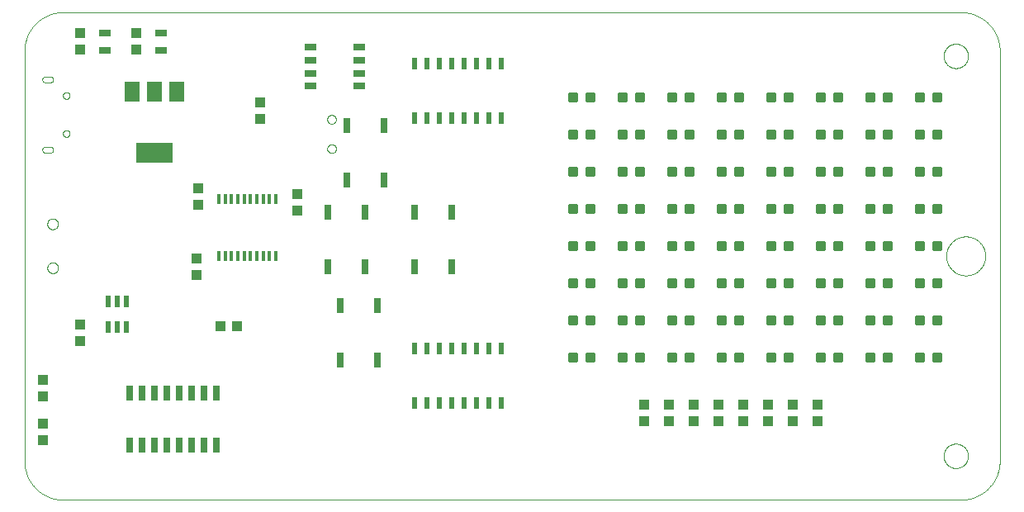
<source format=gtp>
G75*
%MOIN*%
%OFA0B0*%
%FSLAX25Y25*%
%IPPOS*%
%LPD*%
%AMOC8*
5,1,8,0,0,1.08239X$1,22.5*
%
%ADD10C,0.00000*%
%ADD11C,0.01181*%
%ADD12R,0.03937X0.04331*%
%ADD13R,0.02500X0.06000*%
%ADD14R,0.05900X0.07900*%
%ADD15R,0.15000X0.07900*%
%ADD16R,0.04724X0.03150*%
%ADD17R,0.01200X0.03900*%
%ADD18R,0.02362X0.04724*%
%ADD19R,0.03000X0.06000*%
%ADD20R,0.02165X0.04724*%
%ADD21R,0.04331X0.03937*%
%ADD22R,0.05000X0.02500*%
D10*
X0059668Y0020048D02*
X0059668Y0185402D01*
X0059673Y0185783D01*
X0059686Y0186163D01*
X0059709Y0186543D01*
X0059742Y0186922D01*
X0059783Y0187300D01*
X0059833Y0187677D01*
X0059893Y0188053D01*
X0059961Y0188428D01*
X0060039Y0188800D01*
X0060126Y0189171D01*
X0060221Y0189539D01*
X0060326Y0189905D01*
X0060439Y0190268D01*
X0060561Y0190629D01*
X0060691Y0190986D01*
X0060831Y0191340D01*
X0060978Y0191691D01*
X0061135Y0192038D01*
X0061299Y0192381D01*
X0061472Y0192720D01*
X0061653Y0193055D01*
X0061842Y0193386D01*
X0062039Y0193711D01*
X0062243Y0194032D01*
X0062456Y0194348D01*
X0062676Y0194658D01*
X0062903Y0194964D01*
X0063138Y0195263D01*
X0063380Y0195557D01*
X0063628Y0195845D01*
X0063884Y0196127D01*
X0064147Y0196402D01*
X0064416Y0196671D01*
X0064691Y0196934D01*
X0064973Y0197190D01*
X0065261Y0197438D01*
X0065555Y0197680D01*
X0065854Y0197915D01*
X0066160Y0198142D01*
X0066470Y0198362D01*
X0066786Y0198575D01*
X0067107Y0198779D01*
X0067432Y0198976D01*
X0067763Y0199165D01*
X0068098Y0199346D01*
X0068437Y0199519D01*
X0068780Y0199683D01*
X0069127Y0199840D01*
X0069478Y0199987D01*
X0069832Y0200127D01*
X0070189Y0200257D01*
X0070550Y0200379D01*
X0070913Y0200492D01*
X0071279Y0200597D01*
X0071647Y0200692D01*
X0072018Y0200779D01*
X0072390Y0200857D01*
X0072765Y0200925D01*
X0073141Y0200985D01*
X0073518Y0201035D01*
X0073896Y0201076D01*
X0074275Y0201109D01*
X0074655Y0201132D01*
X0075035Y0201145D01*
X0075416Y0201150D01*
X0437620Y0201150D01*
X0438001Y0201145D01*
X0438381Y0201132D01*
X0438761Y0201109D01*
X0439140Y0201076D01*
X0439518Y0201035D01*
X0439895Y0200985D01*
X0440271Y0200925D01*
X0440646Y0200857D01*
X0441018Y0200779D01*
X0441389Y0200692D01*
X0441757Y0200597D01*
X0442123Y0200492D01*
X0442486Y0200379D01*
X0442847Y0200257D01*
X0443204Y0200127D01*
X0443558Y0199987D01*
X0443909Y0199840D01*
X0444256Y0199683D01*
X0444599Y0199519D01*
X0444938Y0199346D01*
X0445273Y0199165D01*
X0445604Y0198976D01*
X0445929Y0198779D01*
X0446250Y0198575D01*
X0446566Y0198362D01*
X0446876Y0198142D01*
X0447182Y0197915D01*
X0447481Y0197680D01*
X0447775Y0197438D01*
X0448063Y0197190D01*
X0448345Y0196934D01*
X0448620Y0196671D01*
X0448889Y0196402D01*
X0449152Y0196127D01*
X0449408Y0195845D01*
X0449656Y0195557D01*
X0449898Y0195263D01*
X0450133Y0194964D01*
X0450360Y0194658D01*
X0450580Y0194348D01*
X0450793Y0194032D01*
X0450997Y0193711D01*
X0451194Y0193386D01*
X0451383Y0193055D01*
X0451564Y0192720D01*
X0451737Y0192381D01*
X0451901Y0192038D01*
X0452058Y0191691D01*
X0452205Y0191340D01*
X0452345Y0190986D01*
X0452475Y0190629D01*
X0452597Y0190268D01*
X0452710Y0189905D01*
X0452815Y0189539D01*
X0452910Y0189171D01*
X0452997Y0188800D01*
X0453075Y0188428D01*
X0453143Y0188053D01*
X0453203Y0187677D01*
X0453253Y0187300D01*
X0453294Y0186922D01*
X0453327Y0186543D01*
X0453350Y0186163D01*
X0453363Y0185783D01*
X0453368Y0185402D01*
X0453369Y0185402D02*
X0453369Y0020048D01*
X0453368Y0020048D02*
X0453363Y0019667D01*
X0453350Y0019287D01*
X0453327Y0018907D01*
X0453294Y0018528D01*
X0453253Y0018150D01*
X0453203Y0017773D01*
X0453143Y0017397D01*
X0453075Y0017022D01*
X0452997Y0016650D01*
X0452910Y0016279D01*
X0452815Y0015911D01*
X0452710Y0015545D01*
X0452597Y0015182D01*
X0452475Y0014821D01*
X0452345Y0014464D01*
X0452205Y0014110D01*
X0452058Y0013759D01*
X0451901Y0013412D01*
X0451737Y0013069D01*
X0451564Y0012730D01*
X0451383Y0012395D01*
X0451194Y0012064D01*
X0450997Y0011739D01*
X0450793Y0011418D01*
X0450580Y0011102D01*
X0450360Y0010792D01*
X0450133Y0010486D01*
X0449898Y0010187D01*
X0449656Y0009893D01*
X0449408Y0009605D01*
X0449152Y0009323D01*
X0448889Y0009048D01*
X0448620Y0008779D01*
X0448345Y0008516D01*
X0448063Y0008260D01*
X0447775Y0008012D01*
X0447481Y0007770D01*
X0447182Y0007535D01*
X0446876Y0007308D01*
X0446566Y0007088D01*
X0446250Y0006875D01*
X0445929Y0006671D01*
X0445604Y0006474D01*
X0445273Y0006285D01*
X0444938Y0006104D01*
X0444599Y0005931D01*
X0444256Y0005767D01*
X0443909Y0005610D01*
X0443558Y0005463D01*
X0443204Y0005323D01*
X0442847Y0005193D01*
X0442486Y0005071D01*
X0442123Y0004958D01*
X0441757Y0004853D01*
X0441389Y0004758D01*
X0441018Y0004671D01*
X0440646Y0004593D01*
X0440271Y0004525D01*
X0439895Y0004465D01*
X0439518Y0004415D01*
X0439140Y0004374D01*
X0438761Y0004341D01*
X0438381Y0004318D01*
X0438001Y0004305D01*
X0437620Y0004300D01*
X0075416Y0004300D01*
X0075035Y0004305D01*
X0074655Y0004318D01*
X0074275Y0004341D01*
X0073896Y0004374D01*
X0073518Y0004415D01*
X0073141Y0004465D01*
X0072765Y0004525D01*
X0072390Y0004593D01*
X0072018Y0004671D01*
X0071647Y0004758D01*
X0071279Y0004853D01*
X0070913Y0004958D01*
X0070550Y0005071D01*
X0070189Y0005193D01*
X0069832Y0005323D01*
X0069478Y0005463D01*
X0069127Y0005610D01*
X0068780Y0005767D01*
X0068437Y0005931D01*
X0068098Y0006104D01*
X0067763Y0006285D01*
X0067432Y0006474D01*
X0067107Y0006671D01*
X0066786Y0006875D01*
X0066470Y0007088D01*
X0066160Y0007308D01*
X0065854Y0007535D01*
X0065555Y0007770D01*
X0065261Y0008012D01*
X0064973Y0008260D01*
X0064691Y0008516D01*
X0064416Y0008779D01*
X0064147Y0009048D01*
X0063884Y0009323D01*
X0063628Y0009605D01*
X0063380Y0009893D01*
X0063138Y0010187D01*
X0062903Y0010486D01*
X0062676Y0010792D01*
X0062456Y0011102D01*
X0062243Y0011418D01*
X0062039Y0011739D01*
X0061842Y0012064D01*
X0061653Y0012395D01*
X0061472Y0012730D01*
X0061299Y0013069D01*
X0061135Y0013412D01*
X0060978Y0013759D01*
X0060831Y0014110D01*
X0060691Y0014464D01*
X0060561Y0014821D01*
X0060439Y0015182D01*
X0060326Y0015545D01*
X0060221Y0015911D01*
X0060126Y0016279D01*
X0060039Y0016650D01*
X0059961Y0017022D01*
X0059893Y0017397D01*
X0059833Y0017773D01*
X0059783Y0018150D01*
X0059742Y0018528D01*
X0059709Y0018907D01*
X0059686Y0019287D01*
X0059673Y0019667D01*
X0059668Y0020048D01*
X0068920Y0097942D02*
X0068922Y0098035D01*
X0068928Y0098127D01*
X0068938Y0098219D01*
X0068952Y0098310D01*
X0068969Y0098401D01*
X0068991Y0098491D01*
X0069016Y0098580D01*
X0069045Y0098668D01*
X0069078Y0098754D01*
X0069115Y0098839D01*
X0069155Y0098923D01*
X0069199Y0099004D01*
X0069246Y0099084D01*
X0069296Y0099162D01*
X0069350Y0099237D01*
X0069407Y0099310D01*
X0069467Y0099380D01*
X0069530Y0099448D01*
X0069596Y0099513D01*
X0069664Y0099575D01*
X0069735Y0099635D01*
X0069809Y0099691D01*
X0069885Y0099744D01*
X0069963Y0099793D01*
X0070043Y0099840D01*
X0070125Y0099882D01*
X0070209Y0099922D01*
X0070294Y0099957D01*
X0070381Y0099989D01*
X0070469Y0100018D01*
X0070558Y0100042D01*
X0070648Y0100063D01*
X0070739Y0100079D01*
X0070831Y0100092D01*
X0070923Y0100101D01*
X0071016Y0100106D01*
X0071108Y0100107D01*
X0071201Y0100104D01*
X0071293Y0100097D01*
X0071385Y0100086D01*
X0071476Y0100071D01*
X0071567Y0100053D01*
X0071657Y0100030D01*
X0071745Y0100004D01*
X0071833Y0099974D01*
X0071919Y0099940D01*
X0072003Y0099903D01*
X0072086Y0099861D01*
X0072167Y0099817D01*
X0072247Y0099769D01*
X0072324Y0099718D01*
X0072398Y0099663D01*
X0072471Y0099605D01*
X0072541Y0099545D01*
X0072608Y0099481D01*
X0072672Y0099415D01*
X0072734Y0099345D01*
X0072792Y0099274D01*
X0072847Y0099200D01*
X0072899Y0099123D01*
X0072948Y0099044D01*
X0072994Y0098964D01*
X0073036Y0098881D01*
X0073074Y0098797D01*
X0073109Y0098711D01*
X0073140Y0098624D01*
X0073167Y0098536D01*
X0073190Y0098446D01*
X0073210Y0098356D01*
X0073226Y0098265D01*
X0073238Y0098173D01*
X0073246Y0098081D01*
X0073250Y0097988D01*
X0073250Y0097896D01*
X0073246Y0097803D01*
X0073238Y0097711D01*
X0073226Y0097619D01*
X0073210Y0097528D01*
X0073190Y0097438D01*
X0073167Y0097348D01*
X0073140Y0097260D01*
X0073109Y0097173D01*
X0073074Y0097087D01*
X0073036Y0097003D01*
X0072994Y0096920D01*
X0072948Y0096840D01*
X0072899Y0096761D01*
X0072847Y0096684D01*
X0072792Y0096610D01*
X0072734Y0096539D01*
X0072672Y0096469D01*
X0072608Y0096403D01*
X0072541Y0096339D01*
X0072471Y0096279D01*
X0072398Y0096221D01*
X0072324Y0096166D01*
X0072247Y0096115D01*
X0072168Y0096067D01*
X0072086Y0096023D01*
X0072003Y0095981D01*
X0071919Y0095944D01*
X0071833Y0095910D01*
X0071745Y0095880D01*
X0071657Y0095854D01*
X0071567Y0095831D01*
X0071476Y0095813D01*
X0071385Y0095798D01*
X0071293Y0095787D01*
X0071201Y0095780D01*
X0071108Y0095777D01*
X0071016Y0095778D01*
X0070923Y0095783D01*
X0070831Y0095792D01*
X0070739Y0095805D01*
X0070648Y0095821D01*
X0070558Y0095842D01*
X0070469Y0095866D01*
X0070381Y0095895D01*
X0070294Y0095927D01*
X0070209Y0095962D01*
X0070125Y0096002D01*
X0070043Y0096044D01*
X0069963Y0096091D01*
X0069885Y0096140D01*
X0069809Y0096193D01*
X0069735Y0096249D01*
X0069664Y0096309D01*
X0069596Y0096371D01*
X0069530Y0096436D01*
X0069467Y0096504D01*
X0069407Y0096574D01*
X0069350Y0096647D01*
X0069296Y0096722D01*
X0069246Y0096800D01*
X0069199Y0096880D01*
X0069155Y0096961D01*
X0069115Y0097045D01*
X0069078Y0097130D01*
X0069045Y0097216D01*
X0069016Y0097304D01*
X0068991Y0097393D01*
X0068969Y0097483D01*
X0068952Y0097574D01*
X0068938Y0097665D01*
X0068928Y0097757D01*
X0068922Y0097849D01*
X0068920Y0097942D01*
X0068920Y0115658D02*
X0068922Y0115751D01*
X0068928Y0115843D01*
X0068938Y0115935D01*
X0068952Y0116026D01*
X0068969Y0116117D01*
X0068991Y0116207D01*
X0069016Y0116296D01*
X0069045Y0116384D01*
X0069078Y0116470D01*
X0069115Y0116555D01*
X0069155Y0116639D01*
X0069199Y0116720D01*
X0069246Y0116800D01*
X0069296Y0116878D01*
X0069350Y0116953D01*
X0069407Y0117026D01*
X0069467Y0117096D01*
X0069530Y0117164D01*
X0069596Y0117229D01*
X0069664Y0117291D01*
X0069735Y0117351D01*
X0069809Y0117407D01*
X0069885Y0117460D01*
X0069963Y0117509D01*
X0070043Y0117556D01*
X0070125Y0117598D01*
X0070209Y0117638D01*
X0070294Y0117673D01*
X0070381Y0117705D01*
X0070469Y0117734D01*
X0070558Y0117758D01*
X0070648Y0117779D01*
X0070739Y0117795D01*
X0070831Y0117808D01*
X0070923Y0117817D01*
X0071016Y0117822D01*
X0071108Y0117823D01*
X0071201Y0117820D01*
X0071293Y0117813D01*
X0071385Y0117802D01*
X0071476Y0117787D01*
X0071567Y0117769D01*
X0071657Y0117746D01*
X0071745Y0117720D01*
X0071833Y0117690D01*
X0071919Y0117656D01*
X0072003Y0117619D01*
X0072086Y0117577D01*
X0072167Y0117533D01*
X0072247Y0117485D01*
X0072324Y0117434D01*
X0072398Y0117379D01*
X0072471Y0117321D01*
X0072541Y0117261D01*
X0072608Y0117197D01*
X0072672Y0117131D01*
X0072734Y0117061D01*
X0072792Y0116990D01*
X0072847Y0116916D01*
X0072899Y0116839D01*
X0072948Y0116760D01*
X0072994Y0116680D01*
X0073036Y0116597D01*
X0073074Y0116513D01*
X0073109Y0116427D01*
X0073140Y0116340D01*
X0073167Y0116252D01*
X0073190Y0116162D01*
X0073210Y0116072D01*
X0073226Y0115981D01*
X0073238Y0115889D01*
X0073246Y0115797D01*
X0073250Y0115704D01*
X0073250Y0115612D01*
X0073246Y0115519D01*
X0073238Y0115427D01*
X0073226Y0115335D01*
X0073210Y0115244D01*
X0073190Y0115154D01*
X0073167Y0115064D01*
X0073140Y0114976D01*
X0073109Y0114889D01*
X0073074Y0114803D01*
X0073036Y0114719D01*
X0072994Y0114636D01*
X0072948Y0114556D01*
X0072899Y0114477D01*
X0072847Y0114400D01*
X0072792Y0114326D01*
X0072734Y0114255D01*
X0072672Y0114185D01*
X0072608Y0114119D01*
X0072541Y0114055D01*
X0072471Y0113995D01*
X0072398Y0113937D01*
X0072324Y0113882D01*
X0072247Y0113831D01*
X0072168Y0113783D01*
X0072086Y0113739D01*
X0072003Y0113697D01*
X0071919Y0113660D01*
X0071833Y0113626D01*
X0071745Y0113596D01*
X0071657Y0113570D01*
X0071567Y0113547D01*
X0071476Y0113529D01*
X0071385Y0113514D01*
X0071293Y0113503D01*
X0071201Y0113496D01*
X0071108Y0113493D01*
X0071016Y0113494D01*
X0070923Y0113499D01*
X0070831Y0113508D01*
X0070739Y0113521D01*
X0070648Y0113537D01*
X0070558Y0113558D01*
X0070469Y0113582D01*
X0070381Y0113611D01*
X0070294Y0113643D01*
X0070209Y0113678D01*
X0070125Y0113718D01*
X0070043Y0113760D01*
X0069963Y0113807D01*
X0069885Y0113856D01*
X0069809Y0113909D01*
X0069735Y0113965D01*
X0069664Y0114025D01*
X0069596Y0114087D01*
X0069530Y0114152D01*
X0069467Y0114220D01*
X0069407Y0114290D01*
X0069350Y0114363D01*
X0069296Y0114438D01*
X0069246Y0114516D01*
X0069199Y0114596D01*
X0069155Y0114677D01*
X0069115Y0114761D01*
X0069078Y0114846D01*
X0069045Y0114932D01*
X0069016Y0115020D01*
X0068991Y0115109D01*
X0068969Y0115199D01*
X0068952Y0115290D01*
X0068938Y0115381D01*
X0068928Y0115473D01*
X0068922Y0115565D01*
X0068920Y0115658D01*
X0067935Y0144457D02*
X0070298Y0144457D01*
X0070297Y0144457D02*
X0070360Y0144465D01*
X0070422Y0144476D01*
X0070484Y0144491D01*
X0070544Y0144509D01*
X0070604Y0144531D01*
X0070662Y0144556D01*
X0070718Y0144585D01*
X0070773Y0144617D01*
X0070825Y0144652D01*
X0070876Y0144690D01*
X0070924Y0144730D01*
X0070970Y0144774D01*
X0071013Y0144820D01*
X0071054Y0144869D01*
X0071092Y0144920D01*
X0071126Y0144972D01*
X0071158Y0145027D01*
X0071186Y0145084D01*
X0071211Y0145142D01*
X0071232Y0145202D01*
X0071250Y0145262D01*
X0071264Y0145324D01*
X0071275Y0145386D01*
X0071282Y0145449D01*
X0071286Y0145512D01*
X0071285Y0145575D01*
X0071282Y0145638D01*
X0071282Y0145639D02*
X0071285Y0145702D01*
X0071286Y0145765D01*
X0071282Y0145828D01*
X0071275Y0145891D01*
X0071264Y0145953D01*
X0071250Y0146015D01*
X0071232Y0146075D01*
X0071211Y0146135D01*
X0071186Y0146193D01*
X0071158Y0146250D01*
X0071126Y0146305D01*
X0071092Y0146357D01*
X0071054Y0146408D01*
X0071013Y0146457D01*
X0070970Y0146503D01*
X0070924Y0146547D01*
X0070876Y0146587D01*
X0070825Y0146625D01*
X0070773Y0146660D01*
X0070718Y0146692D01*
X0070662Y0146721D01*
X0070604Y0146746D01*
X0070544Y0146768D01*
X0070484Y0146786D01*
X0070422Y0146801D01*
X0070360Y0146812D01*
X0070297Y0146820D01*
X0070298Y0146820D02*
X0067935Y0146820D01*
X0067936Y0146820D02*
X0067870Y0146812D01*
X0067806Y0146800D01*
X0067742Y0146784D01*
X0067679Y0146765D01*
X0067618Y0146741D01*
X0067558Y0146714D01*
X0067500Y0146684D01*
X0067444Y0146650D01*
X0067390Y0146613D01*
X0067338Y0146572D01*
X0067289Y0146528D01*
X0067242Y0146482D01*
X0067199Y0146433D01*
X0067158Y0146381D01*
X0067121Y0146327D01*
X0067087Y0146271D01*
X0067057Y0146213D01*
X0067030Y0146153D01*
X0067006Y0146092D01*
X0066987Y0146029D01*
X0066971Y0145965D01*
X0066959Y0145901D01*
X0066951Y0145835D01*
X0066947Y0145770D01*
X0066947Y0145704D01*
X0066951Y0145639D01*
X0066951Y0145638D02*
X0066947Y0145573D01*
X0066947Y0145507D01*
X0066951Y0145442D01*
X0066959Y0145376D01*
X0066971Y0145312D01*
X0066987Y0145248D01*
X0067006Y0145185D01*
X0067030Y0145124D01*
X0067057Y0145064D01*
X0067087Y0145006D01*
X0067121Y0144950D01*
X0067158Y0144896D01*
X0067199Y0144844D01*
X0067242Y0144795D01*
X0067289Y0144749D01*
X0067338Y0144705D01*
X0067390Y0144664D01*
X0067444Y0144627D01*
X0067500Y0144593D01*
X0067558Y0144563D01*
X0067618Y0144536D01*
X0067679Y0144512D01*
X0067742Y0144493D01*
X0067806Y0144477D01*
X0067870Y0144465D01*
X0067936Y0144457D01*
X0075219Y0152135D02*
X0075221Y0152209D01*
X0075227Y0152283D01*
X0075237Y0152356D01*
X0075251Y0152429D01*
X0075268Y0152501D01*
X0075290Y0152571D01*
X0075315Y0152641D01*
X0075344Y0152709D01*
X0075377Y0152775D01*
X0075413Y0152840D01*
X0075453Y0152902D01*
X0075495Y0152963D01*
X0075541Y0153021D01*
X0075590Y0153076D01*
X0075642Y0153129D01*
X0075697Y0153179D01*
X0075754Y0153225D01*
X0075814Y0153269D01*
X0075876Y0153309D01*
X0075940Y0153346D01*
X0076006Y0153380D01*
X0076074Y0153410D01*
X0076143Y0153436D01*
X0076214Y0153459D01*
X0076285Y0153477D01*
X0076358Y0153492D01*
X0076431Y0153503D01*
X0076505Y0153510D01*
X0076579Y0153513D01*
X0076652Y0153512D01*
X0076726Y0153507D01*
X0076800Y0153498D01*
X0076873Y0153485D01*
X0076945Y0153468D01*
X0077016Y0153448D01*
X0077086Y0153423D01*
X0077154Y0153395D01*
X0077221Y0153364D01*
X0077286Y0153328D01*
X0077349Y0153290D01*
X0077410Y0153248D01*
X0077469Y0153202D01*
X0077525Y0153154D01*
X0077578Y0153103D01*
X0077628Y0153049D01*
X0077676Y0152992D01*
X0077720Y0152933D01*
X0077762Y0152871D01*
X0077800Y0152808D01*
X0077834Y0152742D01*
X0077865Y0152675D01*
X0077892Y0152606D01*
X0077915Y0152536D01*
X0077935Y0152465D01*
X0077951Y0152392D01*
X0077963Y0152319D01*
X0077971Y0152246D01*
X0077975Y0152172D01*
X0077975Y0152098D01*
X0077971Y0152024D01*
X0077963Y0151951D01*
X0077951Y0151878D01*
X0077935Y0151805D01*
X0077915Y0151734D01*
X0077892Y0151664D01*
X0077865Y0151595D01*
X0077834Y0151528D01*
X0077800Y0151462D01*
X0077762Y0151399D01*
X0077720Y0151337D01*
X0077676Y0151278D01*
X0077628Y0151221D01*
X0077578Y0151167D01*
X0077525Y0151116D01*
X0077469Y0151068D01*
X0077410Y0151022D01*
X0077349Y0150980D01*
X0077286Y0150942D01*
X0077221Y0150906D01*
X0077154Y0150875D01*
X0077086Y0150847D01*
X0077016Y0150822D01*
X0076945Y0150802D01*
X0076873Y0150785D01*
X0076800Y0150772D01*
X0076726Y0150763D01*
X0076652Y0150758D01*
X0076579Y0150757D01*
X0076505Y0150760D01*
X0076431Y0150767D01*
X0076358Y0150778D01*
X0076285Y0150793D01*
X0076214Y0150811D01*
X0076143Y0150834D01*
X0076074Y0150860D01*
X0076006Y0150890D01*
X0075940Y0150924D01*
X0075876Y0150961D01*
X0075814Y0151001D01*
X0075754Y0151045D01*
X0075697Y0151091D01*
X0075642Y0151141D01*
X0075590Y0151194D01*
X0075541Y0151249D01*
X0075495Y0151307D01*
X0075453Y0151368D01*
X0075413Y0151430D01*
X0075377Y0151495D01*
X0075344Y0151561D01*
X0075315Y0151629D01*
X0075290Y0151699D01*
X0075268Y0151769D01*
X0075251Y0151841D01*
X0075237Y0151914D01*
X0075227Y0151987D01*
X0075221Y0152061D01*
X0075219Y0152135D01*
X0075219Y0167489D02*
X0075221Y0167563D01*
X0075227Y0167637D01*
X0075237Y0167710D01*
X0075251Y0167783D01*
X0075268Y0167855D01*
X0075290Y0167925D01*
X0075315Y0167995D01*
X0075344Y0168063D01*
X0075377Y0168129D01*
X0075413Y0168194D01*
X0075453Y0168256D01*
X0075495Y0168317D01*
X0075541Y0168375D01*
X0075590Y0168430D01*
X0075642Y0168483D01*
X0075697Y0168533D01*
X0075754Y0168579D01*
X0075814Y0168623D01*
X0075876Y0168663D01*
X0075940Y0168700D01*
X0076006Y0168734D01*
X0076074Y0168764D01*
X0076143Y0168790D01*
X0076214Y0168813D01*
X0076285Y0168831D01*
X0076358Y0168846D01*
X0076431Y0168857D01*
X0076505Y0168864D01*
X0076579Y0168867D01*
X0076652Y0168866D01*
X0076726Y0168861D01*
X0076800Y0168852D01*
X0076873Y0168839D01*
X0076945Y0168822D01*
X0077016Y0168802D01*
X0077086Y0168777D01*
X0077154Y0168749D01*
X0077221Y0168718D01*
X0077286Y0168682D01*
X0077349Y0168644D01*
X0077410Y0168602D01*
X0077469Y0168556D01*
X0077525Y0168508D01*
X0077578Y0168457D01*
X0077628Y0168403D01*
X0077676Y0168346D01*
X0077720Y0168287D01*
X0077762Y0168225D01*
X0077800Y0168162D01*
X0077834Y0168096D01*
X0077865Y0168029D01*
X0077892Y0167960D01*
X0077915Y0167890D01*
X0077935Y0167819D01*
X0077951Y0167746D01*
X0077963Y0167673D01*
X0077971Y0167600D01*
X0077975Y0167526D01*
X0077975Y0167452D01*
X0077971Y0167378D01*
X0077963Y0167305D01*
X0077951Y0167232D01*
X0077935Y0167159D01*
X0077915Y0167088D01*
X0077892Y0167018D01*
X0077865Y0166949D01*
X0077834Y0166882D01*
X0077800Y0166816D01*
X0077762Y0166753D01*
X0077720Y0166691D01*
X0077676Y0166632D01*
X0077628Y0166575D01*
X0077578Y0166521D01*
X0077525Y0166470D01*
X0077469Y0166422D01*
X0077410Y0166376D01*
X0077349Y0166334D01*
X0077286Y0166296D01*
X0077221Y0166260D01*
X0077154Y0166229D01*
X0077086Y0166201D01*
X0077016Y0166176D01*
X0076945Y0166156D01*
X0076873Y0166139D01*
X0076800Y0166126D01*
X0076726Y0166117D01*
X0076652Y0166112D01*
X0076579Y0166111D01*
X0076505Y0166114D01*
X0076431Y0166121D01*
X0076358Y0166132D01*
X0076285Y0166147D01*
X0076214Y0166165D01*
X0076143Y0166188D01*
X0076074Y0166214D01*
X0076006Y0166244D01*
X0075940Y0166278D01*
X0075876Y0166315D01*
X0075814Y0166355D01*
X0075754Y0166399D01*
X0075697Y0166445D01*
X0075642Y0166495D01*
X0075590Y0166548D01*
X0075541Y0166603D01*
X0075495Y0166661D01*
X0075453Y0166722D01*
X0075413Y0166784D01*
X0075377Y0166849D01*
X0075344Y0166915D01*
X0075315Y0166983D01*
X0075290Y0167053D01*
X0075268Y0167123D01*
X0075251Y0167195D01*
X0075237Y0167268D01*
X0075227Y0167341D01*
X0075221Y0167415D01*
X0075219Y0167489D01*
X0070298Y0172804D02*
X0067935Y0172804D01*
X0067936Y0172804D02*
X0067870Y0172812D01*
X0067806Y0172824D01*
X0067742Y0172840D01*
X0067679Y0172859D01*
X0067618Y0172883D01*
X0067558Y0172910D01*
X0067500Y0172940D01*
X0067444Y0172974D01*
X0067390Y0173011D01*
X0067338Y0173052D01*
X0067289Y0173096D01*
X0067242Y0173142D01*
X0067199Y0173191D01*
X0067158Y0173243D01*
X0067121Y0173297D01*
X0067087Y0173353D01*
X0067057Y0173411D01*
X0067030Y0173471D01*
X0067006Y0173532D01*
X0066987Y0173595D01*
X0066971Y0173659D01*
X0066959Y0173723D01*
X0066951Y0173789D01*
X0066947Y0173854D01*
X0066947Y0173920D01*
X0066951Y0173985D01*
X0066947Y0174050D01*
X0066947Y0174116D01*
X0066951Y0174181D01*
X0066959Y0174247D01*
X0066971Y0174311D01*
X0066987Y0174375D01*
X0067006Y0174438D01*
X0067030Y0174499D01*
X0067057Y0174559D01*
X0067087Y0174617D01*
X0067121Y0174673D01*
X0067158Y0174727D01*
X0067199Y0174779D01*
X0067242Y0174828D01*
X0067289Y0174874D01*
X0067338Y0174918D01*
X0067390Y0174959D01*
X0067444Y0174996D01*
X0067500Y0175030D01*
X0067558Y0175060D01*
X0067618Y0175087D01*
X0067679Y0175111D01*
X0067742Y0175130D01*
X0067806Y0175146D01*
X0067870Y0175158D01*
X0067936Y0175166D01*
X0067935Y0175166D02*
X0070298Y0175166D01*
X0070297Y0175166D02*
X0070360Y0175158D01*
X0070422Y0175147D01*
X0070484Y0175132D01*
X0070544Y0175114D01*
X0070604Y0175092D01*
X0070662Y0175067D01*
X0070718Y0175038D01*
X0070773Y0175006D01*
X0070825Y0174971D01*
X0070876Y0174933D01*
X0070924Y0174893D01*
X0070970Y0174849D01*
X0071013Y0174803D01*
X0071054Y0174754D01*
X0071092Y0174703D01*
X0071126Y0174651D01*
X0071158Y0174596D01*
X0071186Y0174539D01*
X0071211Y0174481D01*
X0071232Y0174421D01*
X0071250Y0174361D01*
X0071264Y0174299D01*
X0071275Y0174237D01*
X0071282Y0174174D01*
X0071286Y0174111D01*
X0071285Y0174048D01*
X0071282Y0173985D01*
X0071285Y0173922D01*
X0071286Y0173859D01*
X0071282Y0173796D01*
X0071275Y0173733D01*
X0071264Y0173671D01*
X0071250Y0173609D01*
X0071232Y0173549D01*
X0071211Y0173489D01*
X0071186Y0173431D01*
X0071158Y0173374D01*
X0071126Y0173319D01*
X0071092Y0173267D01*
X0071054Y0173216D01*
X0071013Y0173167D01*
X0070970Y0173121D01*
X0070924Y0173077D01*
X0070876Y0173037D01*
X0070825Y0172999D01*
X0070773Y0172964D01*
X0070718Y0172932D01*
X0070662Y0172903D01*
X0070604Y0172878D01*
X0070544Y0172856D01*
X0070484Y0172838D01*
X0070422Y0172823D01*
X0070360Y0172812D01*
X0070297Y0172804D01*
X0181911Y0157843D02*
X0181913Y0157927D01*
X0181919Y0158010D01*
X0181929Y0158093D01*
X0181943Y0158176D01*
X0181960Y0158258D01*
X0181982Y0158339D01*
X0182007Y0158418D01*
X0182036Y0158497D01*
X0182069Y0158574D01*
X0182105Y0158649D01*
X0182145Y0158723D01*
X0182188Y0158795D01*
X0182235Y0158864D01*
X0182285Y0158931D01*
X0182338Y0158996D01*
X0182394Y0159058D01*
X0182452Y0159118D01*
X0182514Y0159175D01*
X0182578Y0159228D01*
X0182645Y0159279D01*
X0182714Y0159326D01*
X0182785Y0159371D01*
X0182858Y0159411D01*
X0182933Y0159448D01*
X0183010Y0159482D01*
X0183088Y0159512D01*
X0183167Y0159538D01*
X0183248Y0159561D01*
X0183330Y0159579D01*
X0183412Y0159594D01*
X0183495Y0159605D01*
X0183578Y0159612D01*
X0183662Y0159615D01*
X0183746Y0159614D01*
X0183829Y0159609D01*
X0183913Y0159600D01*
X0183995Y0159587D01*
X0184077Y0159571D01*
X0184158Y0159550D01*
X0184239Y0159526D01*
X0184317Y0159498D01*
X0184395Y0159466D01*
X0184471Y0159430D01*
X0184545Y0159391D01*
X0184617Y0159349D01*
X0184687Y0159303D01*
X0184755Y0159254D01*
X0184820Y0159202D01*
X0184883Y0159147D01*
X0184943Y0159089D01*
X0185001Y0159028D01*
X0185055Y0158964D01*
X0185107Y0158898D01*
X0185155Y0158830D01*
X0185200Y0158759D01*
X0185241Y0158686D01*
X0185280Y0158612D01*
X0185314Y0158536D01*
X0185345Y0158458D01*
X0185372Y0158379D01*
X0185396Y0158298D01*
X0185415Y0158217D01*
X0185431Y0158135D01*
X0185443Y0158052D01*
X0185451Y0157968D01*
X0185455Y0157885D01*
X0185455Y0157801D01*
X0185451Y0157718D01*
X0185443Y0157634D01*
X0185431Y0157551D01*
X0185415Y0157469D01*
X0185396Y0157388D01*
X0185372Y0157307D01*
X0185345Y0157228D01*
X0185314Y0157150D01*
X0185280Y0157074D01*
X0185241Y0157000D01*
X0185200Y0156927D01*
X0185155Y0156856D01*
X0185107Y0156788D01*
X0185055Y0156722D01*
X0185001Y0156658D01*
X0184943Y0156597D01*
X0184883Y0156539D01*
X0184820Y0156484D01*
X0184755Y0156432D01*
X0184687Y0156383D01*
X0184617Y0156337D01*
X0184545Y0156295D01*
X0184471Y0156256D01*
X0184395Y0156220D01*
X0184317Y0156188D01*
X0184239Y0156160D01*
X0184158Y0156136D01*
X0184077Y0156115D01*
X0183995Y0156099D01*
X0183913Y0156086D01*
X0183829Y0156077D01*
X0183746Y0156072D01*
X0183662Y0156071D01*
X0183578Y0156074D01*
X0183495Y0156081D01*
X0183412Y0156092D01*
X0183330Y0156107D01*
X0183248Y0156125D01*
X0183167Y0156148D01*
X0183088Y0156174D01*
X0183010Y0156204D01*
X0182933Y0156238D01*
X0182858Y0156275D01*
X0182785Y0156315D01*
X0182714Y0156360D01*
X0182645Y0156407D01*
X0182578Y0156458D01*
X0182514Y0156511D01*
X0182452Y0156568D01*
X0182394Y0156628D01*
X0182338Y0156690D01*
X0182285Y0156755D01*
X0182235Y0156822D01*
X0182188Y0156891D01*
X0182145Y0156963D01*
X0182105Y0157037D01*
X0182069Y0157112D01*
X0182036Y0157189D01*
X0182007Y0157268D01*
X0181982Y0157347D01*
X0181960Y0157428D01*
X0181943Y0157510D01*
X0181929Y0157593D01*
X0181919Y0157676D01*
X0181913Y0157759D01*
X0181911Y0157843D01*
X0181911Y0146032D02*
X0181913Y0146116D01*
X0181919Y0146199D01*
X0181929Y0146282D01*
X0181943Y0146365D01*
X0181960Y0146447D01*
X0181982Y0146528D01*
X0182007Y0146607D01*
X0182036Y0146686D01*
X0182069Y0146763D01*
X0182105Y0146838D01*
X0182145Y0146912D01*
X0182188Y0146984D01*
X0182235Y0147053D01*
X0182285Y0147120D01*
X0182338Y0147185D01*
X0182394Y0147247D01*
X0182452Y0147307D01*
X0182514Y0147364D01*
X0182578Y0147417D01*
X0182645Y0147468D01*
X0182714Y0147515D01*
X0182785Y0147560D01*
X0182858Y0147600D01*
X0182933Y0147637D01*
X0183010Y0147671D01*
X0183088Y0147701D01*
X0183167Y0147727D01*
X0183248Y0147750D01*
X0183330Y0147768D01*
X0183412Y0147783D01*
X0183495Y0147794D01*
X0183578Y0147801D01*
X0183662Y0147804D01*
X0183746Y0147803D01*
X0183829Y0147798D01*
X0183913Y0147789D01*
X0183995Y0147776D01*
X0184077Y0147760D01*
X0184158Y0147739D01*
X0184239Y0147715D01*
X0184317Y0147687D01*
X0184395Y0147655D01*
X0184471Y0147619D01*
X0184545Y0147580D01*
X0184617Y0147538D01*
X0184687Y0147492D01*
X0184755Y0147443D01*
X0184820Y0147391D01*
X0184883Y0147336D01*
X0184943Y0147278D01*
X0185001Y0147217D01*
X0185055Y0147153D01*
X0185107Y0147087D01*
X0185155Y0147019D01*
X0185200Y0146948D01*
X0185241Y0146875D01*
X0185280Y0146801D01*
X0185314Y0146725D01*
X0185345Y0146647D01*
X0185372Y0146568D01*
X0185396Y0146487D01*
X0185415Y0146406D01*
X0185431Y0146324D01*
X0185443Y0146241D01*
X0185451Y0146157D01*
X0185455Y0146074D01*
X0185455Y0145990D01*
X0185451Y0145907D01*
X0185443Y0145823D01*
X0185431Y0145740D01*
X0185415Y0145658D01*
X0185396Y0145577D01*
X0185372Y0145496D01*
X0185345Y0145417D01*
X0185314Y0145339D01*
X0185280Y0145263D01*
X0185241Y0145189D01*
X0185200Y0145116D01*
X0185155Y0145045D01*
X0185107Y0144977D01*
X0185055Y0144911D01*
X0185001Y0144847D01*
X0184943Y0144786D01*
X0184883Y0144728D01*
X0184820Y0144673D01*
X0184755Y0144621D01*
X0184687Y0144572D01*
X0184617Y0144526D01*
X0184545Y0144484D01*
X0184471Y0144445D01*
X0184395Y0144409D01*
X0184317Y0144377D01*
X0184239Y0144349D01*
X0184158Y0144325D01*
X0184077Y0144304D01*
X0183995Y0144288D01*
X0183913Y0144275D01*
X0183829Y0144266D01*
X0183746Y0144261D01*
X0183662Y0144260D01*
X0183578Y0144263D01*
X0183495Y0144270D01*
X0183412Y0144281D01*
X0183330Y0144296D01*
X0183248Y0144314D01*
X0183167Y0144337D01*
X0183088Y0144363D01*
X0183010Y0144393D01*
X0182933Y0144427D01*
X0182858Y0144464D01*
X0182785Y0144504D01*
X0182714Y0144549D01*
X0182645Y0144596D01*
X0182578Y0144647D01*
X0182514Y0144700D01*
X0182452Y0144757D01*
X0182394Y0144817D01*
X0182338Y0144879D01*
X0182285Y0144944D01*
X0182235Y0145011D01*
X0182188Y0145080D01*
X0182145Y0145152D01*
X0182105Y0145226D01*
X0182069Y0145301D01*
X0182036Y0145378D01*
X0182007Y0145457D01*
X0181982Y0145536D01*
X0181960Y0145617D01*
X0181943Y0145699D01*
X0181929Y0145782D01*
X0181919Y0145865D01*
X0181913Y0145948D01*
X0181911Y0146032D01*
X0430731Y0183434D02*
X0430733Y0183574D01*
X0430739Y0183714D01*
X0430749Y0183853D01*
X0430763Y0183992D01*
X0430781Y0184131D01*
X0430802Y0184269D01*
X0430828Y0184407D01*
X0430858Y0184544D01*
X0430891Y0184679D01*
X0430929Y0184814D01*
X0430970Y0184948D01*
X0431015Y0185081D01*
X0431063Y0185212D01*
X0431116Y0185341D01*
X0431172Y0185470D01*
X0431231Y0185596D01*
X0431295Y0185721D01*
X0431361Y0185844D01*
X0431432Y0185965D01*
X0431505Y0186084D01*
X0431582Y0186201D01*
X0431663Y0186315D01*
X0431746Y0186427D01*
X0431833Y0186537D01*
X0431923Y0186645D01*
X0432015Y0186749D01*
X0432111Y0186851D01*
X0432210Y0186951D01*
X0432311Y0187047D01*
X0432415Y0187141D01*
X0432522Y0187231D01*
X0432631Y0187318D01*
X0432743Y0187403D01*
X0432857Y0187484D01*
X0432973Y0187562D01*
X0433091Y0187636D01*
X0433212Y0187707D01*
X0433334Y0187775D01*
X0433459Y0187839D01*
X0433585Y0187900D01*
X0433712Y0187957D01*
X0433842Y0188010D01*
X0433973Y0188060D01*
X0434105Y0188105D01*
X0434238Y0188148D01*
X0434373Y0188186D01*
X0434508Y0188220D01*
X0434645Y0188251D01*
X0434782Y0188278D01*
X0434920Y0188300D01*
X0435059Y0188319D01*
X0435198Y0188334D01*
X0435337Y0188345D01*
X0435477Y0188352D01*
X0435617Y0188355D01*
X0435757Y0188354D01*
X0435897Y0188349D01*
X0436036Y0188340D01*
X0436176Y0188327D01*
X0436315Y0188310D01*
X0436453Y0188289D01*
X0436591Y0188265D01*
X0436728Y0188236D01*
X0436864Y0188204D01*
X0436999Y0188167D01*
X0437133Y0188127D01*
X0437266Y0188083D01*
X0437397Y0188035D01*
X0437527Y0187984D01*
X0437656Y0187929D01*
X0437783Y0187870D01*
X0437908Y0187807D01*
X0438031Y0187742D01*
X0438153Y0187672D01*
X0438272Y0187599D01*
X0438390Y0187523D01*
X0438505Y0187444D01*
X0438618Y0187361D01*
X0438728Y0187275D01*
X0438836Y0187186D01*
X0438941Y0187094D01*
X0439044Y0186999D01*
X0439144Y0186901D01*
X0439241Y0186801D01*
X0439335Y0186697D01*
X0439427Y0186591D01*
X0439515Y0186483D01*
X0439600Y0186372D01*
X0439682Y0186258D01*
X0439761Y0186142D01*
X0439836Y0186025D01*
X0439908Y0185905D01*
X0439976Y0185783D01*
X0440041Y0185659D01*
X0440103Y0185533D01*
X0440161Y0185406D01*
X0440215Y0185277D01*
X0440266Y0185146D01*
X0440312Y0185014D01*
X0440355Y0184881D01*
X0440395Y0184747D01*
X0440430Y0184612D01*
X0440462Y0184475D01*
X0440489Y0184338D01*
X0440513Y0184200D01*
X0440533Y0184062D01*
X0440549Y0183923D01*
X0440561Y0183783D01*
X0440569Y0183644D01*
X0440573Y0183504D01*
X0440573Y0183364D01*
X0440569Y0183224D01*
X0440561Y0183085D01*
X0440549Y0182945D01*
X0440533Y0182806D01*
X0440513Y0182668D01*
X0440489Y0182530D01*
X0440462Y0182393D01*
X0440430Y0182256D01*
X0440395Y0182121D01*
X0440355Y0181987D01*
X0440312Y0181854D01*
X0440266Y0181722D01*
X0440215Y0181591D01*
X0440161Y0181462D01*
X0440103Y0181335D01*
X0440041Y0181209D01*
X0439976Y0181085D01*
X0439908Y0180963D01*
X0439836Y0180843D01*
X0439761Y0180726D01*
X0439682Y0180610D01*
X0439600Y0180496D01*
X0439515Y0180385D01*
X0439427Y0180277D01*
X0439335Y0180171D01*
X0439241Y0180067D01*
X0439144Y0179967D01*
X0439044Y0179869D01*
X0438941Y0179774D01*
X0438836Y0179682D01*
X0438728Y0179593D01*
X0438618Y0179507D01*
X0438505Y0179424D01*
X0438390Y0179345D01*
X0438272Y0179269D01*
X0438153Y0179196D01*
X0438031Y0179126D01*
X0437908Y0179061D01*
X0437783Y0178998D01*
X0437656Y0178939D01*
X0437527Y0178884D01*
X0437397Y0178833D01*
X0437266Y0178785D01*
X0437133Y0178741D01*
X0436999Y0178701D01*
X0436864Y0178664D01*
X0436728Y0178632D01*
X0436591Y0178603D01*
X0436453Y0178579D01*
X0436315Y0178558D01*
X0436176Y0178541D01*
X0436036Y0178528D01*
X0435897Y0178519D01*
X0435757Y0178514D01*
X0435617Y0178513D01*
X0435477Y0178516D01*
X0435337Y0178523D01*
X0435198Y0178534D01*
X0435059Y0178549D01*
X0434920Y0178568D01*
X0434782Y0178590D01*
X0434645Y0178617D01*
X0434508Y0178648D01*
X0434373Y0178682D01*
X0434238Y0178720D01*
X0434105Y0178763D01*
X0433973Y0178808D01*
X0433842Y0178858D01*
X0433712Y0178911D01*
X0433585Y0178968D01*
X0433459Y0179029D01*
X0433334Y0179093D01*
X0433212Y0179161D01*
X0433091Y0179232D01*
X0432973Y0179306D01*
X0432857Y0179384D01*
X0432743Y0179465D01*
X0432631Y0179550D01*
X0432522Y0179637D01*
X0432415Y0179727D01*
X0432311Y0179821D01*
X0432210Y0179917D01*
X0432111Y0180017D01*
X0432015Y0180119D01*
X0431923Y0180223D01*
X0431833Y0180331D01*
X0431746Y0180441D01*
X0431663Y0180553D01*
X0431582Y0180667D01*
X0431505Y0180784D01*
X0431432Y0180903D01*
X0431361Y0181024D01*
X0431295Y0181147D01*
X0431231Y0181272D01*
X0431172Y0181398D01*
X0431116Y0181527D01*
X0431063Y0181656D01*
X0431015Y0181787D01*
X0430970Y0181920D01*
X0430929Y0182054D01*
X0430891Y0182189D01*
X0430858Y0182324D01*
X0430828Y0182461D01*
X0430802Y0182599D01*
X0430781Y0182737D01*
X0430763Y0182876D01*
X0430749Y0183015D01*
X0430739Y0183154D01*
X0430733Y0183294D01*
X0430731Y0183434D01*
X0431794Y0102725D02*
X0431796Y0102918D01*
X0431803Y0103111D01*
X0431815Y0103304D01*
X0431832Y0103497D01*
X0431853Y0103689D01*
X0431879Y0103880D01*
X0431910Y0104071D01*
X0431945Y0104261D01*
X0431985Y0104450D01*
X0432030Y0104638D01*
X0432079Y0104825D01*
X0432133Y0105011D01*
X0432191Y0105195D01*
X0432254Y0105378D01*
X0432322Y0105559D01*
X0432393Y0105738D01*
X0432470Y0105916D01*
X0432550Y0106092D01*
X0432635Y0106265D01*
X0432724Y0106437D01*
X0432817Y0106606D01*
X0432914Y0106773D01*
X0433016Y0106938D01*
X0433121Y0107100D01*
X0433230Y0107259D01*
X0433344Y0107416D01*
X0433461Y0107569D01*
X0433581Y0107720D01*
X0433706Y0107868D01*
X0433834Y0108013D01*
X0433965Y0108154D01*
X0434100Y0108293D01*
X0434239Y0108428D01*
X0434380Y0108559D01*
X0434525Y0108687D01*
X0434673Y0108812D01*
X0434824Y0108932D01*
X0434977Y0109049D01*
X0435134Y0109163D01*
X0435293Y0109272D01*
X0435455Y0109377D01*
X0435620Y0109479D01*
X0435787Y0109576D01*
X0435956Y0109669D01*
X0436128Y0109758D01*
X0436301Y0109843D01*
X0436477Y0109923D01*
X0436655Y0110000D01*
X0436834Y0110071D01*
X0437015Y0110139D01*
X0437198Y0110202D01*
X0437382Y0110260D01*
X0437568Y0110314D01*
X0437755Y0110363D01*
X0437943Y0110408D01*
X0438132Y0110448D01*
X0438322Y0110483D01*
X0438513Y0110514D01*
X0438704Y0110540D01*
X0438896Y0110561D01*
X0439089Y0110578D01*
X0439282Y0110590D01*
X0439475Y0110597D01*
X0439668Y0110599D01*
X0439861Y0110597D01*
X0440054Y0110590D01*
X0440247Y0110578D01*
X0440440Y0110561D01*
X0440632Y0110540D01*
X0440823Y0110514D01*
X0441014Y0110483D01*
X0441204Y0110448D01*
X0441393Y0110408D01*
X0441581Y0110363D01*
X0441768Y0110314D01*
X0441954Y0110260D01*
X0442138Y0110202D01*
X0442321Y0110139D01*
X0442502Y0110071D01*
X0442681Y0110000D01*
X0442859Y0109923D01*
X0443035Y0109843D01*
X0443208Y0109758D01*
X0443380Y0109669D01*
X0443549Y0109576D01*
X0443716Y0109479D01*
X0443881Y0109377D01*
X0444043Y0109272D01*
X0444202Y0109163D01*
X0444359Y0109049D01*
X0444512Y0108932D01*
X0444663Y0108812D01*
X0444811Y0108687D01*
X0444956Y0108559D01*
X0445097Y0108428D01*
X0445236Y0108293D01*
X0445371Y0108154D01*
X0445502Y0108013D01*
X0445630Y0107868D01*
X0445755Y0107720D01*
X0445875Y0107569D01*
X0445992Y0107416D01*
X0446106Y0107259D01*
X0446215Y0107100D01*
X0446320Y0106938D01*
X0446422Y0106773D01*
X0446519Y0106606D01*
X0446612Y0106437D01*
X0446701Y0106265D01*
X0446786Y0106092D01*
X0446866Y0105916D01*
X0446943Y0105738D01*
X0447014Y0105559D01*
X0447082Y0105378D01*
X0447145Y0105195D01*
X0447203Y0105011D01*
X0447257Y0104825D01*
X0447306Y0104638D01*
X0447351Y0104450D01*
X0447391Y0104261D01*
X0447426Y0104071D01*
X0447457Y0103880D01*
X0447483Y0103689D01*
X0447504Y0103497D01*
X0447521Y0103304D01*
X0447533Y0103111D01*
X0447540Y0102918D01*
X0447542Y0102725D01*
X0447540Y0102532D01*
X0447533Y0102339D01*
X0447521Y0102146D01*
X0447504Y0101953D01*
X0447483Y0101761D01*
X0447457Y0101570D01*
X0447426Y0101379D01*
X0447391Y0101189D01*
X0447351Y0101000D01*
X0447306Y0100812D01*
X0447257Y0100625D01*
X0447203Y0100439D01*
X0447145Y0100255D01*
X0447082Y0100072D01*
X0447014Y0099891D01*
X0446943Y0099712D01*
X0446866Y0099534D01*
X0446786Y0099358D01*
X0446701Y0099185D01*
X0446612Y0099013D01*
X0446519Y0098844D01*
X0446422Y0098677D01*
X0446320Y0098512D01*
X0446215Y0098350D01*
X0446106Y0098191D01*
X0445992Y0098034D01*
X0445875Y0097881D01*
X0445755Y0097730D01*
X0445630Y0097582D01*
X0445502Y0097437D01*
X0445371Y0097296D01*
X0445236Y0097157D01*
X0445097Y0097022D01*
X0444956Y0096891D01*
X0444811Y0096763D01*
X0444663Y0096638D01*
X0444512Y0096518D01*
X0444359Y0096401D01*
X0444202Y0096287D01*
X0444043Y0096178D01*
X0443881Y0096073D01*
X0443716Y0095971D01*
X0443549Y0095874D01*
X0443380Y0095781D01*
X0443208Y0095692D01*
X0443035Y0095607D01*
X0442859Y0095527D01*
X0442681Y0095450D01*
X0442502Y0095379D01*
X0442321Y0095311D01*
X0442138Y0095248D01*
X0441954Y0095190D01*
X0441768Y0095136D01*
X0441581Y0095087D01*
X0441393Y0095042D01*
X0441204Y0095002D01*
X0441014Y0094967D01*
X0440823Y0094936D01*
X0440632Y0094910D01*
X0440440Y0094889D01*
X0440247Y0094872D01*
X0440054Y0094860D01*
X0439861Y0094853D01*
X0439668Y0094851D01*
X0439475Y0094853D01*
X0439282Y0094860D01*
X0439089Y0094872D01*
X0438896Y0094889D01*
X0438704Y0094910D01*
X0438513Y0094936D01*
X0438322Y0094967D01*
X0438132Y0095002D01*
X0437943Y0095042D01*
X0437755Y0095087D01*
X0437568Y0095136D01*
X0437382Y0095190D01*
X0437198Y0095248D01*
X0437015Y0095311D01*
X0436834Y0095379D01*
X0436655Y0095450D01*
X0436477Y0095527D01*
X0436301Y0095607D01*
X0436128Y0095692D01*
X0435956Y0095781D01*
X0435787Y0095874D01*
X0435620Y0095971D01*
X0435455Y0096073D01*
X0435293Y0096178D01*
X0435134Y0096287D01*
X0434977Y0096401D01*
X0434824Y0096518D01*
X0434673Y0096638D01*
X0434525Y0096763D01*
X0434380Y0096891D01*
X0434239Y0097022D01*
X0434100Y0097157D01*
X0433965Y0097296D01*
X0433834Y0097437D01*
X0433706Y0097582D01*
X0433581Y0097730D01*
X0433461Y0097881D01*
X0433344Y0098034D01*
X0433230Y0098191D01*
X0433121Y0098350D01*
X0433016Y0098512D01*
X0432914Y0098677D01*
X0432817Y0098844D01*
X0432724Y0099013D01*
X0432635Y0099185D01*
X0432550Y0099358D01*
X0432470Y0099534D01*
X0432393Y0099712D01*
X0432322Y0099891D01*
X0432254Y0100072D01*
X0432191Y0100255D01*
X0432133Y0100439D01*
X0432079Y0100625D01*
X0432030Y0100812D01*
X0431985Y0101000D01*
X0431945Y0101189D01*
X0431910Y0101379D01*
X0431879Y0101570D01*
X0431853Y0101761D01*
X0431832Y0101953D01*
X0431815Y0102146D01*
X0431803Y0102339D01*
X0431796Y0102532D01*
X0431794Y0102725D01*
X0430731Y0022017D02*
X0430733Y0022157D01*
X0430739Y0022297D01*
X0430749Y0022436D01*
X0430763Y0022575D01*
X0430781Y0022714D01*
X0430802Y0022852D01*
X0430828Y0022990D01*
X0430858Y0023127D01*
X0430891Y0023262D01*
X0430929Y0023397D01*
X0430970Y0023531D01*
X0431015Y0023664D01*
X0431063Y0023795D01*
X0431116Y0023924D01*
X0431172Y0024053D01*
X0431231Y0024179D01*
X0431295Y0024304D01*
X0431361Y0024427D01*
X0431432Y0024548D01*
X0431505Y0024667D01*
X0431582Y0024784D01*
X0431663Y0024898D01*
X0431746Y0025010D01*
X0431833Y0025120D01*
X0431923Y0025228D01*
X0432015Y0025332D01*
X0432111Y0025434D01*
X0432210Y0025534D01*
X0432311Y0025630D01*
X0432415Y0025724D01*
X0432522Y0025814D01*
X0432631Y0025901D01*
X0432743Y0025986D01*
X0432857Y0026067D01*
X0432973Y0026145D01*
X0433091Y0026219D01*
X0433212Y0026290D01*
X0433334Y0026358D01*
X0433459Y0026422D01*
X0433585Y0026483D01*
X0433712Y0026540D01*
X0433842Y0026593D01*
X0433973Y0026643D01*
X0434105Y0026688D01*
X0434238Y0026731D01*
X0434373Y0026769D01*
X0434508Y0026803D01*
X0434645Y0026834D01*
X0434782Y0026861D01*
X0434920Y0026883D01*
X0435059Y0026902D01*
X0435198Y0026917D01*
X0435337Y0026928D01*
X0435477Y0026935D01*
X0435617Y0026938D01*
X0435757Y0026937D01*
X0435897Y0026932D01*
X0436036Y0026923D01*
X0436176Y0026910D01*
X0436315Y0026893D01*
X0436453Y0026872D01*
X0436591Y0026848D01*
X0436728Y0026819D01*
X0436864Y0026787D01*
X0436999Y0026750D01*
X0437133Y0026710D01*
X0437266Y0026666D01*
X0437397Y0026618D01*
X0437527Y0026567D01*
X0437656Y0026512D01*
X0437783Y0026453D01*
X0437908Y0026390D01*
X0438031Y0026325D01*
X0438153Y0026255D01*
X0438272Y0026182D01*
X0438390Y0026106D01*
X0438505Y0026027D01*
X0438618Y0025944D01*
X0438728Y0025858D01*
X0438836Y0025769D01*
X0438941Y0025677D01*
X0439044Y0025582D01*
X0439144Y0025484D01*
X0439241Y0025384D01*
X0439335Y0025280D01*
X0439427Y0025174D01*
X0439515Y0025066D01*
X0439600Y0024955D01*
X0439682Y0024841D01*
X0439761Y0024725D01*
X0439836Y0024608D01*
X0439908Y0024488D01*
X0439976Y0024366D01*
X0440041Y0024242D01*
X0440103Y0024116D01*
X0440161Y0023989D01*
X0440215Y0023860D01*
X0440266Y0023729D01*
X0440312Y0023597D01*
X0440355Y0023464D01*
X0440395Y0023330D01*
X0440430Y0023195D01*
X0440462Y0023058D01*
X0440489Y0022921D01*
X0440513Y0022783D01*
X0440533Y0022645D01*
X0440549Y0022506D01*
X0440561Y0022366D01*
X0440569Y0022227D01*
X0440573Y0022087D01*
X0440573Y0021947D01*
X0440569Y0021807D01*
X0440561Y0021668D01*
X0440549Y0021528D01*
X0440533Y0021389D01*
X0440513Y0021251D01*
X0440489Y0021113D01*
X0440462Y0020976D01*
X0440430Y0020839D01*
X0440395Y0020704D01*
X0440355Y0020570D01*
X0440312Y0020437D01*
X0440266Y0020305D01*
X0440215Y0020174D01*
X0440161Y0020045D01*
X0440103Y0019918D01*
X0440041Y0019792D01*
X0439976Y0019668D01*
X0439908Y0019546D01*
X0439836Y0019426D01*
X0439761Y0019309D01*
X0439682Y0019193D01*
X0439600Y0019079D01*
X0439515Y0018968D01*
X0439427Y0018860D01*
X0439335Y0018754D01*
X0439241Y0018650D01*
X0439144Y0018550D01*
X0439044Y0018452D01*
X0438941Y0018357D01*
X0438836Y0018265D01*
X0438728Y0018176D01*
X0438618Y0018090D01*
X0438505Y0018007D01*
X0438390Y0017928D01*
X0438272Y0017852D01*
X0438153Y0017779D01*
X0438031Y0017709D01*
X0437908Y0017644D01*
X0437783Y0017581D01*
X0437656Y0017522D01*
X0437527Y0017467D01*
X0437397Y0017416D01*
X0437266Y0017368D01*
X0437133Y0017324D01*
X0436999Y0017284D01*
X0436864Y0017247D01*
X0436728Y0017215D01*
X0436591Y0017186D01*
X0436453Y0017162D01*
X0436315Y0017141D01*
X0436176Y0017124D01*
X0436036Y0017111D01*
X0435897Y0017102D01*
X0435757Y0017097D01*
X0435617Y0017096D01*
X0435477Y0017099D01*
X0435337Y0017106D01*
X0435198Y0017117D01*
X0435059Y0017132D01*
X0434920Y0017151D01*
X0434782Y0017173D01*
X0434645Y0017200D01*
X0434508Y0017231D01*
X0434373Y0017265D01*
X0434238Y0017303D01*
X0434105Y0017346D01*
X0433973Y0017391D01*
X0433842Y0017441D01*
X0433712Y0017494D01*
X0433585Y0017551D01*
X0433459Y0017612D01*
X0433334Y0017676D01*
X0433212Y0017744D01*
X0433091Y0017815D01*
X0432973Y0017889D01*
X0432857Y0017967D01*
X0432743Y0018048D01*
X0432631Y0018133D01*
X0432522Y0018220D01*
X0432415Y0018310D01*
X0432311Y0018404D01*
X0432210Y0018500D01*
X0432111Y0018600D01*
X0432015Y0018702D01*
X0431923Y0018806D01*
X0431833Y0018914D01*
X0431746Y0019024D01*
X0431663Y0019136D01*
X0431582Y0019250D01*
X0431505Y0019367D01*
X0431432Y0019486D01*
X0431361Y0019607D01*
X0431295Y0019730D01*
X0431231Y0019855D01*
X0431172Y0019981D01*
X0431116Y0020110D01*
X0431063Y0020239D01*
X0431015Y0020370D01*
X0430970Y0020503D01*
X0430929Y0020637D01*
X0430891Y0020772D01*
X0430858Y0020907D01*
X0430828Y0021044D01*
X0430802Y0021182D01*
X0430781Y0021320D01*
X0430763Y0021459D01*
X0430749Y0021598D01*
X0430739Y0021737D01*
X0430733Y0021877D01*
X0430731Y0022017D01*
D11*
X0429498Y0060422D02*
X0429498Y0063178D01*
X0429498Y0060422D02*
X0426742Y0060422D01*
X0426742Y0063178D01*
X0429498Y0063178D01*
X0429498Y0061602D02*
X0426742Y0061602D01*
X0426742Y0062782D02*
X0429498Y0062782D01*
X0422593Y0063178D02*
X0422593Y0060422D01*
X0419837Y0060422D01*
X0419837Y0063178D01*
X0422593Y0063178D01*
X0422593Y0061602D02*
X0419837Y0061602D01*
X0419837Y0062782D02*
X0422593Y0062782D01*
X0409498Y0063178D02*
X0409498Y0060422D01*
X0406742Y0060422D01*
X0406742Y0063178D01*
X0409498Y0063178D01*
X0409498Y0061602D02*
X0406742Y0061602D01*
X0406742Y0062782D02*
X0409498Y0062782D01*
X0402593Y0063178D02*
X0402593Y0060422D01*
X0399837Y0060422D01*
X0399837Y0063178D01*
X0402593Y0063178D01*
X0402593Y0061602D02*
X0399837Y0061602D01*
X0399837Y0062782D02*
X0402593Y0062782D01*
X0389498Y0063178D02*
X0389498Y0060422D01*
X0386742Y0060422D01*
X0386742Y0063178D01*
X0389498Y0063178D01*
X0389498Y0061602D02*
X0386742Y0061602D01*
X0386742Y0062782D02*
X0389498Y0062782D01*
X0382593Y0063178D02*
X0382593Y0060422D01*
X0379837Y0060422D01*
X0379837Y0063178D01*
X0382593Y0063178D01*
X0382593Y0061602D02*
X0379837Y0061602D01*
X0379837Y0062782D02*
X0382593Y0062782D01*
X0369498Y0063178D02*
X0369498Y0060422D01*
X0366742Y0060422D01*
X0366742Y0063178D01*
X0369498Y0063178D01*
X0369498Y0061602D02*
X0366742Y0061602D01*
X0366742Y0062782D02*
X0369498Y0062782D01*
X0362593Y0063178D02*
X0362593Y0060422D01*
X0359837Y0060422D01*
X0359837Y0063178D01*
X0362593Y0063178D01*
X0362593Y0061602D02*
X0359837Y0061602D01*
X0359837Y0062782D02*
X0362593Y0062782D01*
X0349498Y0063178D02*
X0349498Y0060422D01*
X0346742Y0060422D01*
X0346742Y0063178D01*
X0349498Y0063178D01*
X0349498Y0061602D02*
X0346742Y0061602D01*
X0346742Y0062782D02*
X0349498Y0062782D01*
X0342593Y0063178D02*
X0342593Y0060422D01*
X0339837Y0060422D01*
X0339837Y0063178D01*
X0342593Y0063178D01*
X0342593Y0061602D02*
X0339837Y0061602D01*
X0339837Y0062782D02*
X0342593Y0062782D01*
X0329498Y0063178D02*
X0329498Y0060422D01*
X0326742Y0060422D01*
X0326742Y0063178D01*
X0329498Y0063178D01*
X0329498Y0061602D02*
X0326742Y0061602D01*
X0326742Y0062782D02*
X0329498Y0062782D01*
X0322593Y0063178D02*
X0322593Y0060422D01*
X0319837Y0060422D01*
X0319837Y0063178D01*
X0322593Y0063178D01*
X0322593Y0061602D02*
X0319837Y0061602D01*
X0319837Y0062782D02*
X0322593Y0062782D01*
X0309498Y0063178D02*
X0309498Y0060422D01*
X0306742Y0060422D01*
X0306742Y0063178D01*
X0309498Y0063178D01*
X0309498Y0061602D02*
X0306742Y0061602D01*
X0306742Y0062782D02*
X0309498Y0062782D01*
X0302593Y0063178D02*
X0302593Y0060422D01*
X0299837Y0060422D01*
X0299837Y0063178D01*
X0302593Y0063178D01*
X0302593Y0061602D02*
X0299837Y0061602D01*
X0299837Y0062782D02*
X0302593Y0062782D01*
X0289498Y0063178D02*
X0289498Y0060422D01*
X0286742Y0060422D01*
X0286742Y0063178D01*
X0289498Y0063178D01*
X0289498Y0061602D02*
X0286742Y0061602D01*
X0286742Y0062782D02*
X0289498Y0062782D01*
X0282593Y0063178D02*
X0282593Y0060422D01*
X0279837Y0060422D01*
X0279837Y0063178D01*
X0282593Y0063178D01*
X0282593Y0061602D02*
X0279837Y0061602D01*
X0279837Y0062782D02*
X0282593Y0062782D01*
X0282593Y0075422D02*
X0282593Y0078178D01*
X0282593Y0075422D02*
X0279837Y0075422D01*
X0279837Y0078178D01*
X0282593Y0078178D01*
X0282593Y0076602D02*
X0279837Y0076602D01*
X0279837Y0077782D02*
X0282593Y0077782D01*
X0289498Y0078178D02*
X0289498Y0075422D01*
X0286742Y0075422D01*
X0286742Y0078178D01*
X0289498Y0078178D01*
X0289498Y0076602D02*
X0286742Y0076602D01*
X0286742Y0077782D02*
X0289498Y0077782D01*
X0302593Y0078178D02*
X0302593Y0075422D01*
X0299837Y0075422D01*
X0299837Y0078178D01*
X0302593Y0078178D01*
X0302593Y0076602D02*
X0299837Y0076602D01*
X0299837Y0077782D02*
X0302593Y0077782D01*
X0309498Y0078178D02*
X0309498Y0075422D01*
X0306742Y0075422D01*
X0306742Y0078178D01*
X0309498Y0078178D01*
X0309498Y0076602D02*
X0306742Y0076602D01*
X0306742Y0077782D02*
X0309498Y0077782D01*
X0322593Y0078178D02*
X0322593Y0075422D01*
X0319837Y0075422D01*
X0319837Y0078178D01*
X0322593Y0078178D01*
X0322593Y0076602D02*
X0319837Y0076602D01*
X0319837Y0077782D02*
X0322593Y0077782D01*
X0329498Y0078178D02*
X0329498Y0075422D01*
X0326742Y0075422D01*
X0326742Y0078178D01*
X0329498Y0078178D01*
X0329498Y0076602D02*
X0326742Y0076602D01*
X0326742Y0077782D02*
X0329498Y0077782D01*
X0342593Y0078178D02*
X0342593Y0075422D01*
X0339837Y0075422D01*
X0339837Y0078178D01*
X0342593Y0078178D01*
X0342593Y0076602D02*
X0339837Y0076602D01*
X0339837Y0077782D02*
X0342593Y0077782D01*
X0349498Y0078178D02*
X0349498Y0075422D01*
X0346742Y0075422D01*
X0346742Y0078178D01*
X0349498Y0078178D01*
X0349498Y0076602D02*
X0346742Y0076602D01*
X0346742Y0077782D02*
X0349498Y0077782D01*
X0362593Y0078178D02*
X0362593Y0075422D01*
X0359837Y0075422D01*
X0359837Y0078178D01*
X0362593Y0078178D01*
X0362593Y0076602D02*
X0359837Y0076602D01*
X0359837Y0077782D02*
X0362593Y0077782D01*
X0369498Y0078178D02*
X0369498Y0075422D01*
X0366742Y0075422D01*
X0366742Y0078178D01*
X0369498Y0078178D01*
X0369498Y0076602D02*
X0366742Y0076602D01*
X0366742Y0077782D02*
X0369498Y0077782D01*
X0382593Y0078178D02*
X0382593Y0075422D01*
X0379837Y0075422D01*
X0379837Y0078178D01*
X0382593Y0078178D01*
X0382593Y0076602D02*
X0379837Y0076602D01*
X0379837Y0077782D02*
X0382593Y0077782D01*
X0389498Y0078178D02*
X0389498Y0075422D01*
X0386742Y0075422D01*
X0386742Y0078178D01*
X0389498Y0078178D01*
X0389498Y0076602D02*
X0386742Y0076602D01*
X0386742Y0077782D02*
X0389498Y0077782D01*
X0402593Y0078178D02*
X0402593Y0075422D01*
X0399837Y0075422D01*
X0399837Y0078178D01*
X0402593Y0078178D01*
X0402593Y0076602D02*
X0399837Y0076602D01*
X0399837Y0077782D02*
X0402593Y0077782D01*
X0409498Y0078178D02*
X0409498Y0075422D01*
X0406742Y0075422D01*
X0406742Y0078178D01*
X0409498Y0078178D01*
X0409498Y0076602D02*
X0406742Y0076602D01*
X0406742Y0077782D02*
X0409498Y0077782D01*
X0422593Y0078178D02*
X0422593Y0075422D01*
X0419837Y0075422D01*
X0419837Y0078178D01*
X0422593Y0078178D01*
X0422593Y0076602D02*
X0419837Y0076602D01*
X0419837Y0077782D02*
X0422593Y0077782D01*
X0429498Y0078178D02*
X0429498Y0075422D01*
X0426742Y0075422D01*
X0426742Y0078178D01*
X0429498Y0078178D01*
X0429498Y0076602D02*
X0426742Y0076602D01*
X0426742Y0077782D02*
X0429498Y0077782D01*
X0429498Y0090422D02*
X0429498Y0093178D01*
X0429498Y0090422D02*
X0426742Y0090422D01*
X0426742Y0093178D01*
X0429498Y0093178D01*
X0429498Y0091602D02*
X0426742Y0091602D01*
X0426742Y0092782D02*
X0429498Y0092782D01*
X0422593Y0093178D02*
X0422593Y0090422D01*
X0419837Y0090422D01*
X0419837Y0093178D01*
X0422593Y0093178D01*
X0422593Y0091602D02*
X0419837Y0091602D01*
X0419837Y0092782D02*
X0422593Y0092782D01*
X0409498Y0093178D02*
X0409498Y0090422D01*
X0406742Y0090422D01*
X0406742Y0093178D01*
X0409498Y0093178D01*
X0409498Y0091602D02*
X0406742Y0091602D01*
X0406742Y0092782D02*
X0409498Y0092782D01*
X0402593Y0093178D02*
X0402593Y0090422D01*
X0399837Y0090422D01*
X0399837Y0093178D01*
X0402593Y0093178D01*
X0402593Y0091602D02*
X0399837Y0091602D01*
X0399837Y0092782D02*
X0402593Y0092782D01*
X0389498Y0093178D02*
X0389498Y0090422D01*
X0386742Y0090422D01*
X0386742Y0093178D01*
X0389498Y0093178D01*
X0389498Y0091602D02*
X0386742Y0091602D01*
X0386742Y0092782D02*
X0389498Y0092782D01*
X0382593Y0093178D02*
X0382593Y0090422D01*
X0379837Y0090422D01*
X0379837Y0093178D01*
X0382593Y0093178D01*
X0382593Y0091602D02*
X0379837Y0091602D01*
X0379837Y0092782D02*
X0382593Y0092782D01*
X0369498Y0093178D02*
X0369498Y0090422D01*
X0366742Y0090422D01*
X0366742Y0093178D01*
X0369498Y0093178D01*
X0369498Y0091602D02*
X0366742Y0091602D01*
X0366742Y0092782D02*
X0369498Y0092782D01*
X0362593Y0093178D02*
X0362593Y0090422D01*
X0359837Y0090422D01*
X0359837Y0093178D01*
X0362593Y0093178D01*
X0362593Y0091602D02*
X0359837Y0091602D01*
X0359837Y0092782D02*
X0362593Y0092782D01*
X0349498Y0093178D02*
X0349498Y0090422D01*
X0346742Y0090422D01*
X0346742Y0093178D01*
X0349498Y0093178D01*
X0349498Y0091602D02*
X0346742Y0091602D01*
X0346742Y0092782D02*
X0349498Y0092782D01*
X0342593Y0093178D02*
X0342593Y0090422D01*
X0339837Y0090422D01*
X0339837Y0093178D01*
X0342593Y0093178D01*
X0342593Y0091602D02*
X0339837Y0091602D01*
X0339837Y0092782D02*
X0342593Y0092782D01*
X0329498Y0093178D02*
X0329498Y0090422D01*
X0326742Y0090422D01*
X0326742Y0093178D01*
X0329498Y0093178D01*
X0329498Y0091602D02*
X0326742Y0091602D01*
X0326742Y0092782D02*
X0329498Y0092782D01*
X0322593Y0093178D02*
X0322593Y0090422D01*
X0319837Y0090422D01*
X0319837Y0093178D01*
X0322593Y0093178D01*
X0322593Y0091602D02*
X0319837Y0091602D01*
X0319837Y0092782D02*
X0322593Y0092782D01*
X0309498Y0093178D02*
X0309498Y0090422D01*
X0306742Y0090422D01*
X0306742Y0093178D01*
X0309498Y0093178D01*
X0309498Y0091602D02*
X0306742Y0091602D01*
X0306742Y0092782D02*
X0309498Y0092782D01*
X0302593Y0093178D02*
X0302593Y0090422D01*
X0299837Y0090422D01*
X0299837Y0093178D01*
X0302593Y0093178D01*
X0302593Y0091602D02*
X0299837Y0091602D01*
X0299837Y0092782D02*
X0302593Y0092782D01*
X0289498Y0093178D02*
X0289498Y0090422D01*
X0286742Y0090422D01*
X0286742Y0093178D01*
X0289498Y0093178D01*
X0289498Y0091602D02*
X0286742Y0091602D01*
X0286742Y0092782D02*
X0289498Y0092782D01*
X0282593Y0093178D02*
X0282593Y0090422D01*
X0279837Y0090422D01*
X0279837Y0093178D01*
X0282593Y0093178D01*
X0282593Y0091602D02*
X0279837Y0091602D01*
X0279837Y0092782D02*
X0282593Y0092782D01*
X0282593Y0105422D02*
X0282593Y0108178D01*
X0282593Y0105422D02*
X0279837Y0105422D01*
X0279837Y0108178D01*
X0282593Y0108178D01*
X0282593Y0106602D02*
X0279837Y0106602D01*
X0279837Y0107782D02*
X0282593Y0107782D01*
X0289498Y0108178D02*
X0289498Y0105422D01*
X0286742Y0105422D01*
X0286742Y0108178D01*
X0289498Y0108178D01*
X0289498Y0106602D02*
X0286742Y0106602D01*
X0286742Y0107782D02*
X0289498Y0107782D01*
X0302593Y0108178D02*
X0302593Y0105422D01*
X0299837Y0105422D01*
X0299837Y0108178D01*
X0302593Y0108178D01*
X0302593Y0106602D02*
X0299837Y0106602D01*
X0299837Y0107782D02*
X0302593Y0107782D01*
X0309498Y0108178D02*
X0309498Y0105422D01*
X0306742Y0105422D01*
X0306742Y0108178D01*
X0309498Y0108178D01*
X0309498Y0106602D02*
X0306742Y0106602D01*
X0306742Y0107782D02*
X0309498Y0107782D01*
X0322593Y0108178D02*
X0322593Y0105422D01*
X0319837Y0105422D01*
X0319837Y0108178D01*
X0322593Y0108178D01*
X0322593Y0106602D02*
X0319837Y0106602D01*
X0319837Y0107782D02*
X0322593Y0107782D01*
X0329498Y0108178D02*
X0329498Y0105422D01*
X0326742Y0105422D01*
X0326742Y0108178D01*
X0329498Y0108178D01*
X0329498Y0106602D02*
X0326742Y0106602D01*
X0326742Y0107782D02*
X0329498Y0107782D01*
X0342593Y0108178D02*
X0342593Y0105422D01*
X0339837Y0105422D01*
X0339837Y0108178D01*
X0342593Y0108178D01*
X0342593Y0106602D02*
X0339837Y0106602D01*
X0339837Y0107782D02*
X0342593Y0107782D01*
X0349498Y0108178D02*
X0349498Y0105422D01*
X0346742Y0105422D01*
X0346742Y0108178D01*
X0349498Y0108178D01*
X0349498Y0106602D02*
X0346742Y0106602D01*
X0346742Y0107782D02*
X0349498Y0107782D01*
X0362593Y0108178D02*
X0362593Y0105422D01*
X0359837Y0105422D01*
X0359837Y0108178D01*
X0362593Y0108178D01*
X0362593Y0106602D02*
X0359837Y0106602D01*
X0359837Y0107782D02*
X0362593Y0107782D01*
X0369498Y0108178D02*
X0369498Y0105422D01*
X0366742Y0105422D01*
X0366742Y0108178D01*
X0369498Y0108178D01*
X0369498Y0106602D02*
X0366742Y0106602D01*
X0366742Y0107782D02*
X0369498Y0107782D01*
X0382593Y0108178D02*
X0382593Y0105422D01*
X0379837Y0105422D01*
X0379837Y0108178D01*
X0382593Y0108178D01*
X0382593Y0106602D02*
X0379837Y0106602D01*
X0379837Y0107782D02*
X0382593Y0107782D01*
X0389498Y0108178D02*
X0389498Y0105422D01*
X0386742Y0105422D01*
X0386742Y0108178D01*
X0389498Y0108178D01*
X0389498Y0106602D02*
X0386742Y0106602D01*
X0386742Y0107782D02*
X0389498Y0107782D01*
X0402593Y0108178D02*
X0402593Y0105422D01*
X0399837Y0105422D01*
X0399837Y0108178D01*
X0402593Y0108178D01*
X0402593Y0106602D02*
X0399837Y0106602D01*
X0399837Y0107782D02*
X0402593Y0107782D01*
X0409498Y0108178D02*
X0409498Y0105422D01*
X0406742Y0105422D01*
X0406742Y0108178D01*
X0409498Y0108178D01*
X0409498Y0106602D02*
X0406742Y0106602D01*
X0406742Y0107782D02*
X0409498Y0107782D01*
X0422593Y0108178D02*
X0422593Y0105422D01*
X0419837Y0105422D01*
X0419837Y0108178D01*
X0422593Y0108178D01*
X0422593Y0106602D02*
X0419837Y0106602D01*
X0419837Y0107782D02*
X0422593Y0107782D01*
X0429498Y0108178D02*
X0429498Y0105422D01*
X0426742Y0105422D01*
X0426742Y0108178D01*
X0429498Y0108178D01*
X0429498Y0106602D02*
X0426742Y0106602D01*
X0426742Y0107782D02*
X0429498Y0107782D01*
X0429498Y0120422D02*
X0429498Y0123178D01*
X0429498Y0120422D02*
X0426742Y0120422D01*
X0426742Y0123178D01*
X0429498Y0123178D01*
X0429498Y0121602D02*
X0426742Y0121602D01*
X0426742Y0122782D02*
X0429498Y0122782D01*
X0422593Y0123178D02*
X0422593Y0120422D01*
X0419837Y0120422D01*
X0419837Y0123178D01*
X0422593Y0123178D01*
X0422593Y0121602D02*
X0419837Y0121602D01*
X0419837Y0122782D02*
X0422593Y0122782D01*
X0409498Y0123178D02*
X0409498Y0120422D01*
X0406742Y0120422D01*
X0406742Y0123178D01*
X0409498Y0123178D01*
X0409498Y0121602D02*
X0406742Y0121602D01*
X0406742Y0122782D02*
X0409498Y0122782D01*
X0402593Y0123178D02*
X0402593Y0120422D01*
X0399837Y0120422D01*
X0399837Y0123178D01*
X0402593Y0123178D01*
X0402593Y0121602D02*
X0399837Y0121602D01*
X0399837Y0122782D02*
X0402593Y0122782D01*
X0389498Y0123178D02*
X0389498Y0120422D01*
X0386742Y0120422D01*
X0386742Y0123178D01*
X0389498Y0123178D01*
X0389498Y0121602D02*
X0386742Y0121602D01*
X0386742Y0122782D02*
X0389498Y0122782D01*
X0382593Y0123178D02*
X0382593Y0120422D01*
X0379837Y0120422D01*
X0379837Y0123178D01*
X0382593Y0123178D01*
X0382593Y0121602D02*
X0379837Y0121602D01*
X0379837Y0122782D02*
X0382593Y0122782D01*
X0369498Y0123178D02*
X0369498Y0120422D01*
X0366742Y0120422D01*
X0366742Y0123178D01*
X0369498Y0123178D01*
X0369498Y0121602D02*
X0366742Y0121602D01*
X0366742Y0122782D02*
X0369498Y0122782D01*
X0362593Y0123178D02*
X0362593Y0120422D01*
X0359837Y0120422D01*
X0359837Y0123178D01*
X0362593Y0123178D01*
X0362593Y0121602D02*
X0359837Y0121602D01*
X0359837Y0122782D02*
X0362593Y0122782D01*
X0349498Y0123178D02*
X0349498Y0120422D01*
X0346742Y0120422D01*
X0346742Y0123178D01*
X0349498Y0123178D01*
X0349498Y0121602D02*
X0346742Y0121602D01*
X0346742Y0122782D02*
X0349498Y0122782D01*
X0342593Y0123178D02*
X0342593Y0120422D01*
X0339837Y0120422D01*
X0339837Y0123178D01*
X0342593Y0123178D01*
X0342593Y0121602D02*
X0339837Y0121602D01*
X0339837Y0122782D02*
X0342593Y0122782D01*
X0329498Y0123178D02*
X0329498Y0120422D01*
X0326742Y0120422D01*
X0326742Y0123178D01*
X0329498Y0123178D01*
X0329498Y0121602D02*
X0326742Y0121602D01*
X0326742Y0122782D02*
X0329498Y0122782D01*
X0322593Y0123178D02*
X0322593Y0120422D01*
X0319837Y0120422D01*
X0319837Y0123178D01*
X0322593Y0123178D01*
X0322593Y0121602D02*
X0319837Y0121602D01*
X0319837Y0122782D02*
X0322593Y0122782D01*
X0309498Y0123178D02*
X0309498Y0120422D01*
X0306742Y0120422D01*
X0306742Y0123178D01*
X0309498Y0123178D01*
X0309498Y0121602D02*
X0306742Y0121602D01*
X0306742Y0122782D02*
X0309498Y0122782D01*
X0302593Y0123178D02*
X0302593Y0120422D01*
X0299837Y0120422D01*
X0299837Y0123178D01*
X0302593Y0123178D01*
X0302593Y0121602D02*
X0299837Y0121602D01*
X0299837Y0122782D02*
X0302593Y0122782D01*
X0289498Y0123178D02*
X0289498Y0120422D01*
X0286742Y0120422D01*
X0286742Y0123178D01*
X0289498Y0123178D01*
X0289498Y0121602D02*
X0286742Y0121602D01*
X0286742Y0122782D02*
X0289498Y0122782D01*
X0282593Y0123178D02*
X0282593Y0120422D01*
X0279837Y0120422D01*
X0279837Y0123178D01*
X0282593Y0123178D01*
X0282593Y0121602D02*
X0279837Y0121602D01*
X0279837Y0122782D02*
X0282593Y0122782D01*
X0282593Y0135422D02*
X0282593Y0138178D01*
X0282593Y0135422D02*
X0279837Y0135422D01*
X0279837Y0138178D01*
X0282593Y0138178D01*
X0282593Y0136602D02*
X0279837Y0136602D01*
X0279837Y0137782D02*
X0282593Y0137782D01*
X0289498Y0138178D02*
X0289498Y0135422D01*
X0286742Y0135422D01*
X0286742Y0138178D01*
X0289498Y0138178D01*
X0289498Y0136602D02*
X0286742Y0136602D01*
X0286742Y0137782D02*
X0289498Y0137782D01*
X0302593Y0138178D02*
X0302593Y0135422D01*
X0299837Y0135422D01*
X0299837Y0138178D01*
X0302593Y0138178D01*
X0302593Y0136602D02*
X0299837Y0136602D01*
X0299837Y0137782D02*
X0302593Y0137782D01*
X0309498Y0138178D02*
X0309498Y0135422D01*
X0306742Y0135422D01*
X0306742Y0138178D01*
X0309498Y0138178D01*
X0309498Y0136602D02*
X0306742Y0136602D01*
X0306742Y0137782D02*
X0309498Y0137782D01*
X0322593Y0138178D02*
X0322593Y0135422D01*
X0319837Y0135422D01*
X0319837Y0138178D01*
X0322593Y0138178D01*
X0322593Y0136602D02*
X0319837Y0136602D01*
X0319837Y0137782D02*
X0322593Y0137782D01*
X0329498Y0138178D02*
X0329498Y0135422D01*
X0326742Y0135422D01*
X0326742Y0138178D01*
X0329498Y0138178D01*
X0329498Y0136602D02*
X0326742Y0136602D01*
X0326742Y0137782D02*
X0329498Y0137782D01*
X0342593Y0138178D02*
X0342593Y0135422D01*
X0339837Y0135422D01*
X0339837Y0138178D01*
X0342593Y0138178D01*
X0342593Y0136602D02*
X0339837Y0136602D01*
X0339837Y0137782D02*
X0342593Y0137782D01*
X0349498Y0138178D02*
X0349498Y0135422D01*
X0346742Y0135422D01*
X0346742Y0138178D01*
X0349498Y0138178D01*
X0349498Y0136602D02*
X0346742Y0136602D01*
X0346742Y0137782D02*
X0349498Y0137782D01*
X0362593Y0138178D02*
X0362593Y0135422D01*
X0359837Y0135422D01*
X0359837Y0138178D01*
X0362593Y0138178D01*
X0362593Y0136602D02*
X0359837Y0136602D01*
X0359837Y0137782D02*
X0362593Y0137782D01*
X0369498Y0138178D02*
X0369498Y0135422D01*
X0366742Y0135422D01*
X0366742Y0138178D01*
X0369498Y0138178D01*
X0369498Y0136602D02*
X0366742Y0136602D01*
X0366742Y0137782D02*
X0369498Y0137782D01*
X0382593Y0138178D02*
X0382593Y0135422D01*
X0379837Y0135422D01*
X0379837Y0138178D01*
X0382593Y0138178D01*
X0382593Y0136602D02*
X0379837Y0136602D01*
X0379837Y0137782D02*
X0382593Y0137782D01*
X0389498Y0138178D02*
X0389498Y0135422D01*
X0386742Y0135422D01*
X0386742Y0138178D01*
X0389498Y0138178D01*
X0389498Y0136602D02*
X0386742Y0136602D01*
X0386742Y0137782D02*
X0389498Y0137782D01*
X0402593Y0138178D02*
X0402593Y0135422D01*
X0399837Y0135422D01*
X0399837Y0138178D01*
X0402593Y0138178D01*
X0402593Y0136602D02*
X0399837Y0136602D01*
X0399837Y0137782D02*
X0402593Y0137782D01*
X0409498Y0138178D02*
X0409498Y0135422D01*
X0406742Y0135422D01*
X0406742Y0138178D01*
X0409498Y0138178D01*
X0409498Y0136602D02*
X0406742Y0136602D01*
X0406742Y0137782D02*
X0409498Y0137782D01*
X0422593Y0138178D02*
X0422593Y0135422D01*
X0419837Y0135422D01*
X0419837Y0138178D01*
X0422593Y0138178D01*
X0422593Y0136602D02*
X0419837Y0136602D01*
X0419837Y0137782D02*
X0422593Y0137782D01*
X0429498Y0138178D02*
X0429498Y0135422D01*
X0426742Y0135422D01*
X0426742Y0138178D01*
X0429498Y0138178D01*
X0429498Y0136602D02*
X0426742Y0136602D01*
X0426742Y0137782D02*
X0429498Y0137782D01*
X0429498Y0150422D02*
X0429498Y0153178D01*
X0429498Y0150422D02*
X0426742Y0150422D01*
X0426742Y0153178D01*
X0429498Y0153178D01*
X0429498Y0151602D02*
X0426742Y0151602D01*
X0426742Y0152782D02*
X0429498Y0152782D01*
X0422593Y0153178D02*
X0422593Y0150422D01*
X0419837Y0150422D01*
X0419837Y0153178D01*
X0422593Y0153178D01*
X0422593Y0151602D02*
X0419837Y0151602D01*
X0419837Y0152782D02*
X0422593Y0152782D01*
X0409498Y0153178D02*
X0409498Y0150422D01*
X0406742Y0150422D01*
X0406742Y0153178D01*
X0409498Y0153178D01*
X0409498Y0151602D02*
X0406742Y0151602D01*
X0406742Y0152782D02*
X0409498Y0152782D01*
X0402593Y0153178D02*
X0402593Y0150422D01*
X0399837Y0150422D01*
X0399837Y0153178D01*
X0402593Y0153178D01*
X0402593Y0151602D02*
X0399837Y0151602D01*
X0399837Y0152782D02*
X0402593Y0152782D01*
X0389498Y0153178D02*
X0389498Y0150422D01*
X0386742Y0150422D01*
X0386742Y0153178D01*
X0389498Y0153178D01*
X0389498Y0151602D02*
X0386742Y0151602D01*
X0386742Y0152782D02*
X0389498Y0152782D01*
X0382593Y0153178D02*
X0382593Y0150422D01*
X0379837Y0150422D01*
X0379837Y0153178D01*
X0382593Y0153178D01*
X0382593Y0151602D02*
X0379837Y0151602D01*
X0379837Y0152782D02*
X0382593Y0152782D01*
X0369498Y0153178D02*
X0369498Y0150422D01*
X0366742Y0150422D01*
X0366742Y0153178D01*
X0369498Y0153178D01*
X0369498Y0151602D02*
X0366742Y0151602D01*
X0366742Y0152782D02*
X0369498Y0152782D01*
X0362593Y0153178D02*
X0362593Y0150422D01*
X0359837Y0150422D01*
X0359837Y0153178D01*
X0362593Y0153178D01*
X0362593Y0151602D02*
X0359837Y0151602D01*
X0359837Y0152782D02*
X0362593Y0152782D01*
X0349498Y0153178D02*
X0349498Y0150422D01*
X0346742Y0150422D01*
X0346742Y0153178D01*
X0349498Y0153178D01*
X0349498Y0151602D02*
X0346742Y0151602D01*
X0346742Y0152782D02*
X0349498Y0152782D01*
X0342593Y0153178D02*
X0342593Y0150422D01*
X0339837Y0150422D01*
X0339837Y0153178D01*
X0342593Y0153178D01*
X0342593Y0151602D02*
X0339837Y0151602D01*
X0339837Y0152782D02*
X0342593Y0152782D01*
X0329498Y0153178D02*
X0329498Y0150422D01*
X0326742Y0150422D01*
X0326742Y0153178D01*
X0329498Y0153178D01*
X0329498Y0151602D02*
X0326742Y0151602D01*
X0326742Y0152782D02*
X0329498Y0152782D01*
X0322593Y0153178D02*
X0322593Y0150422D01*
X0319837Y0150422D01*
X0319837Y0153178D01*
X0322593Y0153178D01*
X0322593Y0151602D02*
X0319837Y0151602D01*
X0319837Y0152782D02*
X0322593Y0152782D01*
X0309498Y0153178D02*
X0309498Y0150422D01*
X0306742Y0150422D01*
X0306742Y0153178D01*
X0309498Y0153178D01*
X0309498Y0151602D02*
X0306742Y0151602D01*
X0306742Y0152782D02*
X0309498Y0152782D01*
X0302593Y0153178D02*
X0302593Y0150422D01*
X0299837Y0150422D01*
X0299837Y0153178D01*
X0302593Y0153178D01*
X0302593Y0151602D02*
X0299837Y0151602D01*
X0299837Y0152782D02*
X0302593Y0152782D01*
X0289498Y0153178D02*
X0289498Y0150422D01*
X0286742Y0150422D01*
X0286742Y0153178D01*
X0289498Y0153178D01*
X0289498Y0151602D02*
X0286742Y0151602D01*
X0286742Y0152782D02*
X0289498Y0152782D01*
X0282593Y0153178D02*
X0282593Y0150422D01*
X0279837Y0150422D01*
X0279837Y0153178D01*
X0282593Y0153178D01*
X0282593Y0151602D02*
X0279837Y0151602D01*
X0279837Y0152782D02*
X0282593Y0152782D01*
X0282593Y0165422D02*
X0282593Y0168178D01*
X0282593Y0165422D02*
X0279837Y0165422D01*
X0279837Y0168178D01*
X0282593Y0168178D01*
X0282593Y0166602D02*
X0279837Y0166602D01*
X0279837Y0167782D02*
X0282593Y0167782D01*
X0289498Y0168178D02*
X0289498Y0165422D01*
X0286742Y0165422D01*
X0286742Y0168178D01*
X0289498Y0168178D01*
X0289498Y0166602D02*
X0286742Y0166602D01*
X0286742Y0167782D02*
X0289498Y0167782D01*
X0302593Y0168178D02*
X0302593Y0165422D01*
X0299837Y0165422D01*
X0299837Y0168178D01*
X0302593Y0168178D01*
X0302593Y0166602D02*
X0299837Y0166602D01*
X0299837Y0167782D02*
X0302593Y0167782D01*
X0309498Y0168178D02*
X0309498Y0165422D01*
X0306742Y0165422D01*
X0306742Y0168178D01*
X0309498Y0168178D01*
X0309498Y0166602D02*
X0306742Y0166602D01*
X0306742Y0167782D02*
X0309498Y0167782D01*
X0322593Y0168178D02*
X0322593Y0165422D01*
X0319837Y0165422D01*
X0319837Y0168178D01*
X0322593Y0168178D01*
X0322593Y0166602D02*
X0319837Y0166602D01*
X0319837Y0167782D02*
X0322593Y0167782D01*
X0329498Y0168178D02*
X0329498Y0165422D01*
X0326742Y0165422D01*
X0326742Y0168178D01*
X0329498Y0168178D01*
X0329498Y0166602D02*
X0326742Y0166602D01*
X0326742Y0167782D02*
X0329498Y0167782D01*
X0342593Y0168178D02*
X0342593Y0165422D01*
X0339837Y0165422D01*
X0339837Y0168178D01*
X0342593Y0168178D01*
X0342593Y0166602D02*
X0339837Y0166602D01*
X0339837Y0167782D02*
X0342593Y0167782D01*
X0349498Y0168178D02*
X0349498Y0165422D01*
X0346742Y0165422D01*
X0346742Y0168178D01*
X0349498Y0168178D01*
X0349498Y0166602D02*
X0346742Y0166602D01*
X0346742Y0167782D02*
X0349498Y0167782D01*
X0362593Y0168178D02*
X0362593Y0165422D01*
X0359837Y0165422D01*
X0359837Y0168178D01*
X0362593Y0168178D01*
X0362593Y0166602D02*
X0359837Y0166602D01*
X0359837Y0167782D02*
X0362593Y0167782D01*
X0369498Y0168178D02*
X0369498Y0165422D01*
X0366742Y0165422D01*
X0366742Y0168178D01*
X0369498Y0168178D01*
X0369498Y0166602D02*
X0366742Y0166602D01*
X0366742Y0167782D02*
X0369498Y0167782D01*
X0382593Y0168178D02*
X0382593Y0165422D01*
X0379837Y0165422D01*
X0379837Y0168178D01*
X0382593Y0168178D01*
X0382593Y0166602D02*
X0379837Y0166602D01*
X0379837Y0167782D02*
X0382593Y0167782D01*
X0389498Y0168178D02*
X0389498Y0165422D01*
X0386742Y0165422D01*
X0386742Y0168178D01*
X0389498Y0168178D01*
X0389498Y0166602D02*
X0386742Y0166602D01*
X0386742Y0167782D02*
X0389498Y0167782D01*
X0402593Y0168178D02*
X0402593Y0165422D01*
X0399837Y0165422D01*
X0399837Y0168178D01*
X0402593Y0168178D01*
X0402593Y0166602D02*
X0399837Y0166602D01*
X0399837Y0167782D02*
X0402593Y0167782D01*
X0409498Y0168178D02*
X0409498Y0165422D01*
X0406742Y0165422D01*
X0406742Y0168178D01*
X0409498Y0168178D01*
X0409498Y0166602D02*
X0406742Y0166602D01*
X0406742Y0167782D02*
X0409498Y0167782D01*
X0422514Y0168178D02*
X0422514Y0165422D01*
X0419758Y0165422D01*
X0419758Y0168178D01*
X0422514Y0168178D01*
X0422514Y0166602D02*
X0419758Y0166602D01*
X0419758Y0167782D02*
X0422514Y0167782D01*
X0429420Y0168178D02*
X0429420Y0165422D01*
X0426664Y0165422D01*
X0426664Y0168178D01*
X0429420Y0168178D01*
X0429420Y0166602D02*
X0426664Y0166602D01*
X0426664Y0167782D02*
X0429420Y0167782D01*
D12*
X0169668Y0127646D03*
X0169668Y0120954D03*
X0129668Y0123454D03*
X0129668Y0130146D03*
X0154668Y0157922D03*
X0154668Y0164615D03*
X0104668Y0185954D03*
X0104668Y0192646D03*
X0082168Y0192646D03*
X0082168Y0185954D03*
X0129038Y0101623D03*
X0129038Y0094930D03*
X0082168Y0075146D03*
X0082168Y0068454D03*
X0067168Y0052646D03*
X0067168Y0045954D03*
X0067168Y0035146D03*
X0067168Y0028454D03*
X0309668Y0035954D03*
X0319668Y0035954D03*
X0319668Y0042646D03*
X0309668Y0042646D03*
X0329668Y0042646D03*
X0339668Y0042646D03*
X0349668Y0042646D03*
X0359668Y0042646D03*
X0369668Y0042646D03*
X0379668Y0042646D03*
X0379668Y0035954D03*
X0369668Y0035954D03*
X0359668Y0035954D03*
X0349668Y0035954D03*
X0339668Y0035954D03*
X0329668Y0035954D03*
D13*
X0137168Y0026300D03*
X0132168Y0026300D03*
X0127168Y0026300D03*
X0122168Y0026300D03*
X0117168Y0026300D03*
X0112168Y0026300D03*
X0107168Y0026300D03*
X0102168Y0026300D03*
X0102168Y0047300D03*
X0107168Y0047300D03*
X0112168Y0047300D03*
X0117168Y0047300D03*
X0122168Y0047300D03*
X0127168Y0047300D03*
X0132168Y0047300D03*
X0137168Y0047300D03*
D14*
X0121127Y0169200D03*
X0112127Y0169200D03*
X0103127Y0169200D03*
D15*
X0112227Y0144400D03*
D16*
X0114668Y0185757D03*
X0114668Y0192843D03*
X0092168Y0192843D03*
X0092168Y0185757D03*
D17*
X0138152Y0125787D03*
X0140711Y0125787D03*
X0143270Y0125787D03*
X0145829Y0125787D03*
X0148388Y0125787D03*
X0150947Y0125787D03*
X0153506Y0125787D03*
X0156065Y0125787D03*
X0158624Y0125787D03*
X0161183Y0125787D03*
X0161183Y0102813D03*
X0158624Y0102813D03*
X0156065Y0102813D03*
X0153506Y0102813D03*
X0150947Y0102813D03*
X0148388Y0102813D03*
X0145829Y0102813D03*
X0143270Y0102813D03*
X0140711Y0102813D03*
X0138152Y0102813D03*
D18*
X0217168Y0065324D03*
X0222168Y0065324D03*
X0227168Y0065324D03*
X0232168Y0065324D03*
X0237168Y0065324D03*
X0242168Y0065324D03*
X0247168Y0065324D03*
X0252168Y0065324D03*
X0252168Y0043276D03*
X0247168Y0043276D03*
X0242168Y0043276D03*
X0237168Y0043276D03*
X0232168Y0043276D03*
X0227168Y0043276D03*
X0222168Y0043276D03*
X0217168Y0043276D03*
X0217168Y0158276D03*
X0222168Y0158276D03*
X0227168Y0158276D03*
X0232168Y0158276D03*
X0237168Y0158276D03*
X0242168Y0158276D03*
X0247168Y0158276D03*
X0252168Y0158276D03*
X0252168Y0180324D03*
X0247168Y0180324D03*
X0242168Y0180324D03*
X0237168Y0180324D03*
X0232168Y0180324D03*
X0227168Y0180324D03*
X0222168Y0180324D03*
X0217168Y0180324D03*
D19*
X0204668Y0155300D03*
X0189668Y0155300D03*
X0189668Y0133300D03*
X0204668Y0133300D03*
X0197168Y0120300D03*
X0182168Y0120300D03*
X0217168Y0120300D03*
X0232168Y0120300D03*
X0232168Y0098300D03*
X0217168Y0098300D03*
X0197168Y0098300D03*
X0182168Y0098300D03*
X0187010Y0082800D03*
X0202010Y0082800D03*
X0202010Y0060800D03*
X0187010Y0060800D03*
D20*
X0100908Y0074181D03*
X0097168Y0074181D03*
X0093428Y0074181D03*
X0093428Y0084419D03*
X0097168Y0084419D03*
X0100908Y0084419D03*
D21*
X0138821Y0074300D03*
X0145514Y0074300D03*
D22*
X0175022Y0171229D03*
X0175022Y0176465D03*
X0175022Y0181741D03*
X0175022Y0186977D03*
X0194707Y0186977D03*
X0194707Y0181741D03*
X0194707Y0176465D03*
X0194707Y0171229D03*
M02*

</source>
